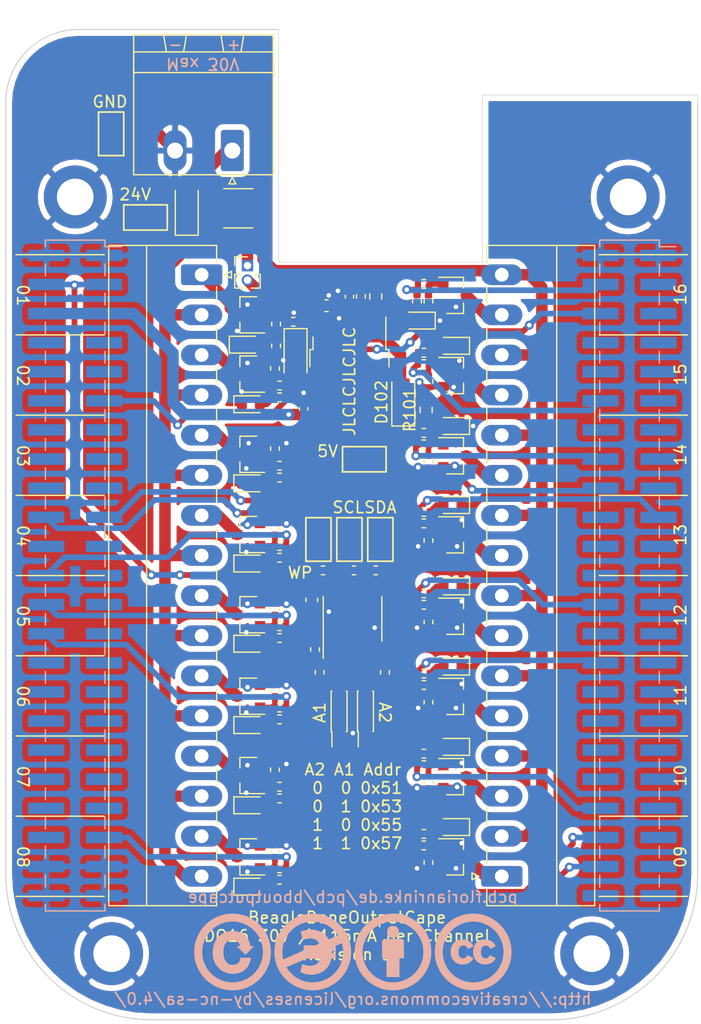
<source format=kicad_pcb>
(kicad_pcb (version 20171130) (host pcbnew 5.1.10)
  (title_block (title BeagleBoneOutputCape) (date 2021-06-13) (rev 1) (company "Florian Rinke") (comment 1 pcb.florianrinke.de/pcb/bboutputcape) (comment 2 "Attribution-NonCommercial-ShareAlike 4.0 International") (comment 3 http://creativecommons.org/licenses/by-nc-sa/4.0/))
  (layers (0 F.Cu signal) (31 B.Cu signal) (34 B.Paste user) (35 F.Paste user) (36 B.SilkS user) (37 F.SilkS user) (38 B.Mask user) (39 F.Mask user) (44 Edge.Cuts user))
  (net 0 "")
  (net 1 +3V3)
  (net 2 GNDD)
  (net 3 /SW1_A1)
  (net 4 /SW1_A2)
  (net 5 /SW1_A0)
  (net 6 /I2C2_SDA)
  (net 7 /I2C2_SCL)
  (net 8 +5V)
  (net 9 +24V)
  (net 10 /Out_CH02)
  (net 11 /Out_CH01)
  (net 12 /Out_CH06)
  (net 13 /Out_CH05)
  (net 14 /Out_CH04)
  (net 15 /Out_CH03)
  (net 16 /Out_CH12)
  (net 17 /Out_CH11)
  (net 18 /Out_CH10)
  (net 19 /Out_CH09)
  (net 20 /Out_CH08)
  (net 21 /Out_CH07)
  (net 22 "Net-(Q201-Pad1)")
  (net 23 "Net-(Q301-Pad1)")
  (net 24 "Net-(Q401-Pad1)")
  (net 25 "Net-(Q501-Pad1)")
  (net 26 "Net-(Q601-Pad1)")
  (net 27 "Net-(Q701-Pad1)")
  (net 28 "Net-(Q801-Pad1)")
  (net 29 "Net-(Q901-Pad1)")
  (net 30 "Net-(Q1001-Pad1)")
  (net 31 "Net-(Q1101-Pad1)")
  (net 32 "Net-(Q1201-Pad1)")
  (net 33 "Net-(Q1301-Pad1)")
  (net 34 /Ctrl_CH01)
  (net 35 /Ctrl_CH02)
  (net 36 /Ctrl_CH03)
  (net 37 /Ctrl_CH04)
  (net 38 /Ctrl_CH05)
  (net 39 /Ctrl_CH06)
  (net 40 /Ctrl_CH07)
  (net 41 /Ctrl_CH09)
  (net 42 /Ctrl_CH10)
  (net 43 /Ctrl_CH12)
  (net 44 /Out_CH16)
  (net 45 /Out_CH15)
  (net 46 /Out_CH14)
  (net 47 /Out_CH13)
  (net 48 "Net-(Q1401-Pad1)")
  (net 49 "Net-(Q1501-Pad1)")
  (net 50 "Net-(Q1601-Pad1)")
  (net 51 "Net-(Q1701-Pad1)")
  (net 52 "Net-(D201-Pad2)")
  (net 53 "Net-(D301-Pad2)")
  (net 54 "Net-(D401-Pad2)")
  (net 55 "Net-(D501-Pad2)")
  (net 56 "Net-(D601-Pad2)")
  (net 57 "Net-(D701-Pad2)")
  (net 58 "Net-(D801-Pad2)")
  (net 59 "Net-(D901-Pad2)")
  (net 60 "Net-(D1001-Pad2)")
  (net 61 "Net-(D1101-Pad2)")
  (net 62 "Net-(D1201-Pad2)")
  (net 63 "Net-(D1301-Pad2)")
  (net 64 "Net-(D1401-Pad2)")
  (net 65 "Net-(D1501-Pad2)")
  (net 66 "Net-(D1601-Pad2)")
  (net 67 "Net-(D1701-Pad2)")
  (net 68 /Ctrl_CH08)
  (net 69 /Ctrl_CH11)
  (net 70 /Ctrl_CH13)
  (net 71 /Ctrl_CH14)
  (net 72 /Ctrl_CH15)
  (net 73 /Ctrl_CH16)
  (net 74 "Net-(C103-Pad1)")
  (net 75 "Net-(D103-Pad2)")
  (net 76 "Net-(D103-Pad1)")
  (net 77 "Net-(C101-Pad1)")
  (net 78 /WP)
  (module _FR:Symbol_CC_SA_Silk (layer B.Cu) (at 95.8 139.9 180)
    (fp_text reference REF** hide)
    (fp_text value Symbol_CC_SA_Silk hide)
  )
  (module _FR:Symbol_CC_NC_Silk (layer B.Cu) (at 102.8 139.9 180)
    (fp_text reference REF** hide)
    (fp_text value Symbol_CC_NC_Silk hide)
  )
  (module _FR:Symbol_CC_By_Silk (layer B.Cu) (at 109.8 139.9 180)
    (fp_text reference REF** hide)
    (fp_text value Symbol_CC_By_Silk hide)
  )
  (module _FR:Symbol_CC_Logo_Silk (layer B.Cu) (at 116.8 139.9)
    (fp_text reference REF** hide)
    (fp_text value Symbol_CC_Logo_Silk hide)
  )
  (module TestPoint:TestPoint_Keystone_5015_Micro-Minature (layer F.Cu) (at 85.2 68.5 90)
    (fp_text reference TP106 hide)
    (fp_text value GND hide)
    (pad 1 smd rect (at 0 0 90) (size 3.4 1.8) (layers F.Cu F.Paste F.Mask) (net 2 GNDD))
  )
  (module TestPoint:TestPoint_Keystone_5015_Micro-Minature (layer F.Cu) (at 88.2 75.8)
    (fp_text reference TP105 hide)
    (fp_text value 24V hide)
    (pad 1 smd rect (at 0 0) (size 3.4 1.8) (layers F.Cu F.Paste F.Mask) (net 9 +24V))
  )
  (module TestPoint:TestPoint_Keystone_5015_Micro-Minature (layer F.Cu) (at 107.3 96.9)
    (fp_text reference TP101 hide)
    (fp_text value 5V hide)
    (pad 1 smd rect (at 0 0) (size 3.4 1.8) (layers F.Cu F.Paste F.Mask) (net 8 +5V))
  )
  (module Connector_PinHeader_1.27mm:PinHeader_2x01_P1.27mm_Vertical_SMD (layer F.Cu) (at 107.4 118.9 90)
    (fp_text reference JP103)
    (fp_text value A2 hide)
    (pad 2 smd rect (at 1.95 0 90) (size 2.4 0.74) (layers F.Cu F.Paste F.Mask) (net 4 /SW1_A2))
    (pad 1 smd rect (at -1.95 0 90) (size 2.4 0.74) (layers F.Cu F.Paste F.Mask) (net 2 GNDD))
  )
  (module Connector_PinHeader_1.27mm:PinHeader_2x01_P1.27mm_Vertical_SMD (layer F.Cu) (at 105.1 118.9 90)
    (fp_text reference JP102)
    (fp_text value A1 hide)
    (pad 2 smd rect (at 1.95 0 90) (size 2.4 0.74) (layers F.Cu F.Paste F.Mask) (net 3 /SW1_A1))
    (pad 1 smd rect (at -1.95 0 90) (size 2.4 0.74) (layers F.Cu F.Paste F.Mask) (net 2 GNDD))
  )
  (module Connector_PinHeader_1.27mm:PinHeader_1x02_P1.27mm_Vertical (layer F.Cu) (at 97.1 80)
    (fp_text reference JP101)
    (fp_text value PWR hide)
    (pad 2 thru_hole oval (at 0 1.27) (size 1 1) (drill 0.65) (layers *.Cu *.Mask) (net 77 "Net-(C101-Pad1)"))
    (pad 1 thru_hole rect (at 0 0) (size 1 1) (drill 0.65) (layers *.Cu *.Mask) (net 9 +24V))
  )
  (module TestPoint:TestPoint_Keystone_5015_Micro-Minature (layer F.Cu) (at 108.7 103.9 270)
    (fp_text reference TP104 hide)
    (fp_text value SDA hide)
    (pad 1 smd rect (at 0 0 270) (size 3.4 1.8) (layers F.Cu F.Paste F.Mask) (net 6 /I2C2_SDA))
  )
  (module TestPoint:TestPoint_Keystone_5015_Micro-Minature (layer F.Cu) (at 106 103.9 270)
    (fp_text reference TP103 hide)
    (fp_text value SCL hide)
    (pad 1 smd rect (at 0 0 270) (size 3.4 1.8) (layers F.Cu F.Paste F.Mask) (net 7 /I2C2_SCL))
  )
  (module TestPoint:TestPoint_Keystone_5015_Micro-Minature (layer F.Cu) (at 103.3 103.9 270)
    (fp_text reference TP102 hide)
    (fp_text value WP hide)
    (pad 1 smd rect (at 0 0 270) (size 3.4 1.8) (layers F.Cu F.Paste F.Mask) (net 78 /WP))
  )
  (module Resistor_SMD:R_0402_1005Metric (layer F.Cu) (at 112.9 83.11 90)
    (fp_text reference R1702)
    (fp_text value 47k hide)
    (pad 2 smd roundrect (at 0.51 0 90) (size 0.54 0.64) (layers F.Cu F.Paste F.Mask) (net 51 "Net-(Q1701-Pad1)"))
    (pad 1 smd roundrect (at -0.51 0 90) (size 0.54 0.64) (layers F.Cu F.Paste F.Mask) (net 2 GNDD))
  )
  (module Fuse:Fuse_1812_4532Metric_Castellated (layer F.Cu) (at 96.3 75 180)
    (fp_text reference F101)
    (fp_text value 750mA hide)
    (pad 2 smd roundrect (at 2.1625 0 180) (size 1.475 3.3) (layers F.Cu F.Paste F.Mask) (roundrect_rratio 0.169492) (net 76 "Net-(D103-Pad1)"))
    (pad 1 smd roundrect (at -2.1625 0 180) (size 1.475 3.3) (layers F.Cu F.Paste F.Mask) (roundrect_rratio 0.169492) (net 9 +24V))
  )
  (module Diode_SMD:D_SOD-123 (layer F.Cu) (at 91.8 75.1 90)
    (fp_text reference D103)
    (fp_text value B5819W hide)
    (pad 2 smd rect (at 1.65 0 90) (size 0.9 1.2) (layers F.Cu F.Paste F.Mask) (net 75 "Net-(D103-Pad2)"))
    (pad 1 smd rect (at -1.65 0 90) (size 0.9 1.2) (layers F.Cu F.Paste F.Mask) (net 76 "Net-(D103-Pad1)"))
  )
  (module Package_TO_SOT_SMD:TO-252-2 (layer F.Cu) (at 106 89.8 270)
    (fp_text reference U101)
    (fp_text value LM317_TO-252 hide)
    (pad 2 smd rect (at 2.1 0 270) (size 6.4 5.8) (layers F.Cu F.Mask) (net 8 +5V))
    (pad 3 smd rect (at -4.2 2.28 270) (size 2.2 1.2) (layers F.Cu F.Paste F.Mask) (net 77 "Net-(C101-Pad1)"))
    (pad 1 smd rect (at -4.2 -2.28 270) (size 2.2 1.2) (layers F.Cu F.Paste F.Mask) (net 74 "Net-(C103-Pad1)"))
  )
  (module Resistor_SMD:R_0603_1608Metric (layer F.Cu) (at 108.3 82.7 90)
    (fp_text reference R103)
    (fp_text value 820 hide)
    (pad 2 smd roundrect (at 0.825 0 90) (size 0.8 0.95) (layers F.Cu F.Paste F.Mask) (net 2 GNDD))
    (pad 1 smd roundrect (at -0.825 0 90) (size 0.8 0.95) (layers F.Cu F.Paste F.Mask) (net 74 "Net-(C103-Pad1)"))
  )
  (module Resistor_SMD:R_0402_1005Metric (layer F.Cu) (at 107 82.69 90)
    (fp_text reference R102)
    (fp_text value 5.6k hide)
    (pad 2 smd roundrect (at 0.51 0 90) (size 0.54 0.64) (layers F.Cu F.Paste F.Mask) (net 2 GNDD))
    (pad 1 smd roundrect (at -0.51 0 90) (size 0.54 0.64) (layers F.Cu F.Paste F.Mask) (net 74 "Net-(C103-Pad1)"))
  )
  (module Resistor_SMD:R_0603_1608Metric (layer F.Cu) (at 112.7 92.6 90)
    (fp_text reference R101 (at 0 -1.43 270) (layer F.SilkS))
    (fp_text value 240)
    (pad 2 smd roundrect (at 0.825 0 90) (size 0.8 0.95) (layers F.Cu F.Paste F.Mask) (net 74 "Net-(C103-Pad1)"))
    (pad 1 smd roundrect (at -0.825 0 90) (size 0.8 0.95) (layers F.Cu F.Paste F.Mask) (net 8 +5V))
  )
  (module Diode_SMD:D_SOD-123F (layer F.Cu) (at 110.7 91.8 90)
    (fp_text reference D102 (at -0.127 -1.905 270) (layer F.SilkS))
    (fp_text value SM4007)
    (pad 2 smd rect (at 1.4 0 90) (size 1.1 1.1) (layers F.Cu F.Paste F.Mask) (net 74 "Net-(C103-Pad1)"))
    (pad 1 smd rect (at -1.4 0 90) (size 1.1 1.1) (layers F.Cu F.Paste F.Mask) (net 8 +5V))
  )
  (module Diode_SMD:D_SOD-123F (layer F.Cu) (at 101.3 87.7 270)
    (fp_text reference D101)
    (fp_text value SM4007 hide)
    (pad 2 smd rect (at 1.4 0 270) (size 1.1 1.1) (layers F.Cu F.Paste F.Mask) (net 8 +5V))
    (pad 1 smd rect (at -1.4 0 270) (size 1.1 1.1) (layers F.Cu F.Paste F.Mask) (net 77 "Net-(C101-Pad1)"))
  )
  (module Capacitor_SMD:C_0402_1005Metric (layer F.Cu) (at 106 82.7 90)
    (fp_text reference C103)
    (fp_text value 10u hide)
    (pad 2 smd roundrect (at 0.48 0 90) (size 0.56 0.62) (layers F.Cu F.Paste F.Mask) (net 2 GNDD))
    (pad 1 smd roundrect (at -0.48 0 90) (size 0.56 0.62) (layers F.Cu F.Paste F.Mask) (net 74 "Net-(C103-Pad1)"))
  )
  (module Capacitor_SMD:C_0402_1005Metric (layer F.Cu) (at 102 92.5 90)
    (fp_text reference C102)
    (fp_text value 10u hide)
    (pad 2 smd roundrect (at 0.48 0 90) (size 0.56 0.62) (layers F.Cu F.Paste F.Mask) (net 2 GNDD))
    (pad 1 smd roundrect (at -0.48 0 90) (size 0.56 0.62) (layers F.Cu F.Paste F.Mask) (net 8 +5V))
  )
  (module Capacitor_SMD:C_0603_1608Metric (layer F.Cu) (at 104 83.5)
    (fp_text reference C101)
    (fp_text value 100n hide)
    (pad 2 smd roundrect (at 0.775 0) (size 0.9 0.95) (layers F.Cu F.Paste F.Mask) (net 2 GNDD))
    (pad 1 smd roundrect (at -0.775 0) (size 0.9 0.95) (layers F.Cu F.Paste F.Mask) (net 77 "Net-(C101-Pad1)"))
  )
  (module Resistor_SMD:R_0402_1005Metric (layer F.Cu) (at 111.9 83.1 270)
    (fp_text reference R1703)
    (fp_text value 5.6k hide)
    (pad 2 smd roundrect (at 0.51 0 270) (size 0.54 0.64) (layers F.Cu F.Paste F.Mask) (net 67 "Net-(D1701-Pad2)"))
    (pad 1 smd roundrect (at -0.51 0 270) (size 0.54 0.64) (layers F.Cu F.Paste F.Mask) (net 73 /Ctrl_CH16))
  )
  (module Resistor_SMD:R_0402_1005Metric (layer F.Cu) (at 112.5 87.6)
    (fp_text reference R1603)
    (fp_text value 5.6k hide)
    (pad 2 smd roundrect (at 0.51 0) (size 0.54 0.64) (layers F.Cu F.Paste F.Mask) (net 66 "Net-(D1601-Pad2)"))
    (pad 1 smd roundrect (at -0.51 0) (size 0.54 0.64) (layers F.Cu F.Paste F.Mask) (net 72 /Ctrl_CH15))
  )
  (module Resistor_SMD:R_0402_1005Metric (layer F.Cu) (at 112.5 94.6)
    (fp_text reference R1503)
    (fp_text value 5.6k hide)
    (pad 2 smd roundrect (at 0.51 0) (size 0.54 0.64) (layers F.Cu F.Paste F.Mask) (net 65 "Net-(D1501-Pad2)"))
    (pad 1 smd roundrect (at -0.51 0) (size 0.54 0.64) (layers F.Cu F.Paste F.Mask) (net 71 /Ctrl_CH14))
  )
  (module Resistor_SMD:R_0402_1005Metric (layer F.Cu) (at 112.5 101.5)
    (fp_text reference R1403)
    (fp_text value 5.6k hide)
    (pad 2 smd roundrect (at 0.51 0) (size 0.54 0.64) (layers F.Cu F.Paste F.Mask) (net 64 "Net-(D1401-Pad2)"))
    (pad 1 smd roundrect (at -0.51 0) (size 0.54 0.64) (layers F.Cu F.Paste F.Mask) (net 70 /Ctrl_CH13))
  )
  (module Resistor_SMD:R_0402_1005Metric (layer F.Cu) (at 112.49 108.6)
    (fp_text reference R1303)
    (fp_text value 5.6k hide)
    (pad 2 smd roundrect (at 0.51 0) (size 0.54 0.64) (layers F.Cu F.Paste F.Mask) (net 63 "Net-(D1301-Pad2)"))
    (pad 1 smd roundrect (at -0.51 0) (size 0.54 0.64) (layers F.Cu F.Paste F.Mask) (net 43 /Ctrl_CH12))
  )
  (module Resistor_SMD:R_0402_1005Metric (layer F.Cu) (at 112.5 115.6)
    (fp_text reference R1203)
    (fp_text value 5.6k hide)
    (pad 2 smd roundrect (at 0.51 0) (size 0.54 0.64) (layers F.Cu F.Paste F.Mask) (net 62 "Net-(D1201-Pad2)"))
    (pad 1 smd roundrect (at -0.51 0) (size 0.54 0.64) (layers F.Cu F.Paste F.Mask) (net 69 /Ctrl_CH11))
  )
  (module Resistor_SMD:R_0402_1005Metric (layer F.Cu) (at 112.5 122.6)
    (fp_text reference R1103)
    (fp_text value 5.6k hide)
    (pad 2 smd roundrect (at 0.51 0) (size 0.54 0.64) (layers F.Cu F.Paste F.Mask) (net 61 "Net-(D1101-Pad2)"))
    (pad 1 smd roundrect (at -0.51 0) (size 0.54 0.64) (layers F.Cu F.Paste F.Mask) (net 42 /Ctrl_CH10))
  )
  (module Resistor_SMD:R_0402_1005Metric (layer F.Cu) (at 112.5 129.6)
    (fp_text reference R1003)
    (fp_text value 5.6k hide)
    (pad 2 smd roundrect (at 0.51 0) (size 0.54 0.64) (layers F.Cu F.Paste F.Mask) (net 60 "Net-(D1001-Pad2)"))
    (pad 1 smd roundrect (at -0.51 0) (size 0.54 0.64) (layers F.Cu F.Paste F.Mask) (net 41 /Ctrl_CH09))
  )
  (module Resistor_SMD:R_0402_1005Metric (layer F.Cu) (at 99.9 133.6 180)
    (fp_text reference R903)
    (fp_text value 5.6k hide)
    (pad 2 smd roundrect (at 0.51 0 180) (size 0.54 0.64) (layers F.Cu F.Paste F.Mask) (net 59 "Net-(D901-Pad2)"))
    (pad 1 smd roundrect (at -0.51 0 180) (size 0.54 0.64) (layers F.Cu F.Paste F.Mask) (net 68 /Ctrl_CH08))
  )
  (module Resistor_SMD:R_0402_1005Metric (layer F.Cu) (at 99.9 126.5 180)
    (fp_text reference R803)
    (fp_text value 5.6k hide)
    (pad 2 smd roundrect (at 0.51 0 180) (size 0.54 0.64) (layers F.Cu F.Paste F.Mask) (net 58 "Net-(D801-Pad2)"))
    (pad 1 smd roundrect (at -0.51 0 180) (size 0.54 0.64) (layers F.Cu F.Paste F.Mask) (net 40 /Ctrl_CH07))
  )
  (module Resistor_SMD:R_0402_1005Metric (layer F.Cu) (at 99.9 119.6 180)
    (fp_text reference R703)
    (fp_text value 5.6k hide)
    (pad 2 smd roundrect (at 0.51 0 180) (size 0.54 0.64) (layers F.Cu F.Paste F.Mask) (net 57 "Net-(D701-Pad2)"))
    (pad 1 smd roundrect (at -0.51 0 180) (size 0.54 0.64) (layers F.Cu F.Paste F.Mask) (net 39 /Ctrl_CH06))
  )
  (module Resistor_SMD:R_0402_1005Metric (layer F.Cu) (at 99.9 112.5 180)
    (fp_text reference R603)
    (fp_text value 5.6k hide)
    (pad 2 smd roundrect (at 0.51 0 180) (size 0.54 0.64) (layers F.Cu F.Paste F.Mask) (net 56 "Net-(D601-Pad2)"))
    (pad 1 smd roundrect (at -0.51 0 180) (size 0.54 0.64) (layers F.Cu F.Paste F.Mask) (net 38 /Ctrl_CH05))
  )
  (module Resistor_SMD:R_0402_1005Metric (layer F.Cu) (at 99.9 105.5 180)
    (fp_text reference R503)
    (fp_text value 5.6k hide)
    (pad 2 smd roundrect (at 0.51 0 180) (size 0.54 0.64) (layers F.Cu F.Paste F.Mask) (net 55 "Net-(D501-Pad2)"))
    (pad 1 smd roundrect (at -0.51 0 180) (size 0.54 0.64) (layers F.Cu F.Paste F.Mask) (net 37 /Ctrl_CH04))
  )
  (module Resistor_SMD:R_0402_1005Metric (layer F.Cu) (at 99.9 98.5 180)
    (fp_text reference R403)
    (fp_text value 5.6k hide)
    (pad 2 smd roundrect (at 0.51 0 180) (size 0.54 0.64) (layers F.Cu F.Paste F.Mask) (net 54 "Net-(D401-Pad2)"))
    (pad 1 smd roundrect (at -0.51 0 180) (size 0.54 0.64) (layers F.Cu F.Paste F.Mask) (net 36 /Ctrl_CH03))
  )
  (module Resistor_SMD:R_0402_1005Metric (layer F.Cu) (at 99.9 91.5 180)
    (fp_text reference R303)
    (fp_text value 5.6k hide)
    (pad 2 smd roundrect (at 0.51 0 180) (size 0.54 0.64) (layers F.Cu F.Paste F.Mask) (net 53 "Net-(D301-Pad2)"))
    (pad 1 smd roundrect (at -0.51 0 180) (size 0.54 0.64) (layers F.Cu F.Paste F.Mask) (net 35 /Ctrl_CH02))
  )
  (module Resistor_SMD:R_0402_1005Metric (layer F.Cu) (at 99.6 87 270)
    (fp_text reference R203)
    (fp_text value 5.6k hide)
    (pad 2 smd roundrect (at 0.51 0 270) (size 0.54 0.64) (layers F.Cu F.Paste F.Mask) (net 52 "Net-(D201-Pad2)"))
    (pad 1 smd roundrect (at -0.51 0 270) (size 0.54 0.64) (layers F.Cu F.Paste F.Mask) (net 34 /Ctrl_CH01))
  )
  (module LED_SMD:LED_0603_1608Metric (layer F.Cu) (at 112 84.8 180)
    (fp_text reference D1701)
    (fp_text value LED hide)
    (pad 2 smd roundrect (at 0.7875 0 180) (size 0.875 0.95) (layers F.Cu F.Paste F.Mask) (net 67 "Net-(D1701-Pad2)"))
    (pad 1 smd roundrect (at -0.7875 0 180) (size 0.875 0.95) (layers F.Cu F.Paste F.Mask) (net 2 GNDD))
  )
  (module LED_SMD:LED_0603_1608Metric (layer F.Cu) (at 115 87 180)
    (fp_text reference D1601)
    (fp_text value LED hide)
    (pad 2 smd roundrect (at 0.7875 0 180) (size 0.875 0.95) (layers F.Cu F.Paste F.Mask) (net 66 "Net-(D1601-Pad2)"))
    (pad 1 smd roundrect (at -0.7875 0 180) (size 0.875 0.95) (layers F.Cu F.Paste F.Mask) (net 2 GNDD))
  )
  (module LED_SMD:LED_0603_1608Metric (layer F.Cu) (at 115 94 180)
    (fp_text reference D1501)
    (fp_text value LED hide)
    (pad 2 smd roundrect (at 0.7875 0 180) (size 0.875 0.95) (layers F.Cu F.Paste F.Mask) (net 65 "Net-(D1501-Pad2)"))
    (pad 1 smd roundrect (at -0.7875 0 180) (size 0.875 0.95) (layers F.Cu F.Paste F.Mask) (net 2 GNDD))
  )
  (module LED_SMD:LED_0603_1608Metric (layer F.Cu) (at 115 100.9 180)
    (fp_text reference D1401)
    (fp_text value LED hide)
    (pad 2 smd roundrect (at 0.7875 0 180) (size 0.875 0.95) (layers F.Cu F.Paste F.Mask) (net 64 "Net-(D1401-Pad2)"))
    (pad 1 smd roundrect (at -0.7875 0 180) (size 0.875 0.95) (layers F.Cu F.Paste F.Mask) (net 2 GNDD))
  )
  (module LED_SMD:LED_0603_1608Metric (layer F.Cu) (at 115 108 180)
    (fp_text reference D1301)
    (fp_text value LED hide)
    (pad 2 smd roundrect (at 0.7875 0 180) (size 0.875 0.95) (layers F.Cu F.Paste F.Mask) (net 63 "Net-(D1301-Pad2)"))
    (pad 1 smd roundrect (at -0.7875 0 180) (size 0.875 0.95) (layers F.Cu F.Paste F.Mask) (net 2 GNDD))
  )
  (module LED_SMD:LED_0603_1608Metric (layer F.Cu) (at 115 115 180)
    (fp_text reference D1201)
    (fp_text value LED hide)
    (pad 2 smd roundrect (at 0.7875 0 180) (size 0.875 0.95) (layers F.Cu F.Paste F.Mask) (net 62 "Net-(D1201-Pad2)"))
    (pad 1 smd roundrect (at -0.7875 0 180) (size 0.875 0.95) (layers F.Cu F.Paste F.Mask) (net 2 GNDD))
  )
  (module LED_SMD:LED_0603_1608Metric (layer F.Cu) (at 115 122 180)
    (fp_text reference D1101)
    (fp_text value LED hide)
    (pad 2 smd roundrect (at 0.7875 0 180) (size 0.875 0.95) (layers F.Cu F.Paste F.Mask) (net 61 "Net-(D1101-Pad2)"))
    (pad 1 smd roundrect (at -0.7875 0 180) (size 0.875 0.95) (layers F.Cu F.Paste F.Mask) (net 2 GNDD))
  )
  (module LED_SMD:LED_0603_1608Metric (layer F.Cu) (at 115 129 180)
    (fp_text reference D1001)
    (fp_text value LED hide)
    (pad 2 smd roundrect (at 0.7875 0 180) (size 0.875 0.95) (layers F.Cu F.Paste F.Mask) (net 60 "Net-(D1001-Pad2)"))
    (pad 1 smd roundrect (at -0.7875 0 180) (size 0.875 0.95) (layers F.Cu F.Paste F.Mask) (net 2 GNDD))
  )
  (module LED_SMD:LED_0603_1608Metric (layer F.Cu) (at 97.4 134.2)
    (fp_text reference D901)
    (fp_text value LED hide)
    (pad 2 smd roundrect (at 0.7875 0) (size 0.875 0.95) (layers F.Cu F.Paste F.Mask) (net 59 "Net-(D901-Pad2)"))
    (pad 1 smd roundrect (at -0.7875 0) (size 0.875 0.95) (layers F.Cu F.Paste F.Mask) (net 2 GNDD))
  )
  (module LED_SMD:LED_0603_1608Metric (layer F.Cu) (at 97.4 127.1)
    (fp_text reference D801)
    (fp_text value LED hide)
    (pad 2 smd roundrect (at 0.7875 0) (size 0.875 0.95) (layers F.Cu F.Paste F.Mask) (net 58 "Net-(D801-Pad2)"))
    (pad 1 smd roundrect (at -0.7875 0) (size 0.875 0.95) (layers F.Cu F.Paste F.Mask) (net 2 GNDD))
  )
  (module LED_SMD:LED_0603_1608Metric (layer F.Cu) (at 97.4 120.1)
    (fp_text reference D701)
    (fp_text value LED hide)
    (pad 2 smd roundrect (at 0.7875 0) (size 0.875 0.95) (layers F.Cu F.Paste F.Mask) (net 57 "Net-(D701-Pad2)"))
    (pad 1 smd roundrect (at -0.7875 0) (size 0.875 0.95) (layers F.Cu F.Paste F.Mask) (net 2 GNDD))
  )
  (module LED_SMD:LED_0603_1608Metric (layer F.Cu) (at 97.4 113)
    (fp_text reference D601)
    (fp_text value LED hide)
    (pad 2 smd roundrect (at 0.7875 0) (size 0.875 0.95) (layers F.Cu F.Paste F.Mask) (net 56 "Net-(D601-Pad2)"))
    (pad 1 smd roundrect (at -0.7875 0) (size 0.875 0.95) (layers F.Cu F.Paste F.Mask) (net 2 GNDD))
  )
  (module LED_SMD:LED_0603_1608Metric (layer F.Cu) (at 97.4 106)
    (fp_text reference D501)
    (fp_text value LED hide)
    (pad 2 smd roundrect (at 0.7875 0) (size 0.875 0.95) (layers F.Cu F.Paste F.Mask) (net 55 "Net-(D501-Pad2)"))
    (pad 1 smd roundrect (at -0.7875 0) (size 0.875 0.95) (layers F.Cu F.Paste F.Mask) (net 2 GNDD))
  )
  (module LED_SMD:LED_0603_1608Metric (layer F.Cu) (at 97.4 99)
    (fp_text reference D401)
    (fp_text value LED hide)
    (pad 2 smd roundrect (at 0.7875 0) (size 0.875 0.95) (layers F.Cu F.Paste F.Mask) (net 54 "Net-(D401-Pad2)"))
    (pad 1 smd roundrect (at -0.7875 0) (size 0.875 0.95) (layers F.Cu F.Paste F.Mask) (net 2 GNDD))
  )
  (module LED_SMD:LED_0603_1608Metric (layer F.Cu) (at 97.4 92.1)
    (fp_text reference D301)
    (fp_text value LED hide)
    (pad 2 smd roundrect (at 0.7875 0) (size 0.875 0.95) (layers F.Cu F.Paste F.Mask) (net 53 "Net-(D301-Pad2)"))
    (pad 1 smd roundrect (at -0.7875 0) (size 0.875 0.95) (layers F.Cu F.Paste F.Mask) (net 2 GNDD))
  )
  (module LED_SMD:LED_0603_1608Metric (layer F.Cu) (at 97 86.9)
    (fp_text reference D201)
    (fp_text value LED hide)
    (pad 2 smd roundrect (at 0.7875 0) (size 0.875 0.95) (layers F.Cu F.Paste F.Mask) (net 52 "Net-(D201-Pad2)"))
    (pad 1 smd roundrect (at -0.7875 0) (size 0.875 0.95) (layers F.Cu F.Paste F.Mask) (net 2 GNDD))
  )
  (module Connector_PinHeader_2.54mm:PinHeader_2x23_P2.54mm_Vertical_SMD (layer B.Cu) (at 130.45 107.047 180)
    (fp_text reference U104)
    (fp_text value BBB_P8 hide)
    (pad 46 smd rect (at 2.525 -27.94 180) (size 3.15 1) (layers B.Cu B.Paste B.Mask))
    (pad 45 smd rect (at -2.525 -27.94 180) (size 3.15 1) (layers B.Cu B.Paste B.Mask))
    (pad 44 smd rect (at 2.525 -25.4 180) (size 3.15 1) (layers B.Cu B.Paste B.Mask) (net 40 /Ctrl_CH07))
    (pad 43 smd rect (at -2.525 -25.4 180) (size 3.15 1) (layers B.Cu B.Paste B.Mask))
    (pad 42 smd rect (at 2.525 -22.86 180) (size 3.15 1) (layers B.Cu B.Paste B.Mask) (net 41 /Ctrl_CH09))
    (pad 41 smd rect (at -2.525 -22.86 180) (size 3.15 1) (layers B.Cu B.Paste B.Mask))
    (pad 40 smd rect (at 2.525 -20.32 180) (size 3.15 1) (layers B.Cu B.Paste B.Mask) (net 42 /Ctrl_CH10))
    (pad 39 smd rect (at -2.525 -20.32 180) (size 3.15 1) (layers B.Cu B.Paste B.Mask))
    (pad 38 smd rect (at 2.525 -17.78 180) (size 3.15 1) (layers B.Cu B.Paste B.Mask))
    (pad 37 smd rect (at -2.525 -17.78 180) (size 3.15 1) (layers B.Cu B.Paste B.Mask))
    (pad 36 smd rect (at 2.525 -15.24 180) (size 3.15 1) (layers B.Cu B.Paste B.Mask))
    (pad 35 smd rect (at -2.525 -15.24 180) (size 3.15 1) (layers B.Cu B.Paste B.Mask))
    (pad 34 smd rect (at 2.525 -12.7 180) (size 3.15 1) (layers B.Cu B.Paste B.Mask))
    (pad 33 smd rect (at -2.525 -12.7 180) (size 3.15 1) (layers B.Cu B.Paste B.Mask))
    (pad 32 smd rect (at 2.525 -10.16 180) (size 3.15 1) (layers B.Cu B.Paste B.Mask))
    (pad 31 smd rect (at -2.525 -10.16 180) (size 3.15 1) (layers B.Cu B.Paste B.Mask))
    (pad 30 smd rect (at 2.525 -7.62 180) (size 3.15 1) (layers B.Cu B.Paste B.Mask) (net 69 /Ctrl_CH11))
    (pad 29 smd rect (at -2.525 -7.62 180) (size 3.15 1) (layers B.Cu B.Paste B.Mask))
    (pad 28 smd rect (at 2.525 -5.08 180) (size 3.15 1) (layers B.Cu B.Paste B.Mask))
    (pad 27 smd rect (at -2.525 -5.08 180) (size 3.15 1) (layers B.Cu B.Paste B.Mask))
    (pad 26 smd rect (at 2.525 -2.54 180) (size 3.15 1) (layers B.Cu B.Paste B.Mask) (net 43 /Ctrl_CH12))
    (pad 25 smd rect (at -2.525 -2.54 180) (size 3.15 1) (layers B.Cu B.Paste B.Mask))
    (pad 24 smd rect (at 2.525 0 180) (size 3.15 1) (layers B.Cu B.Paste B.Mask))
    (pad 23 smd rect (at -2.525 0 180) (size 3.15 1) (layers B.Cu B.Paste B.Mask))
    (pad 22 smd rect (at 2.525 2.54 180) (size 3.15 1) (layers B.Cu B.Paste B.Mask))
    (pad 21 smd rect (at -2.525 2.54 180) (size 3.15 1) (layers B.Cu B.Paste B.Mask))
    (pad 20 smd rect (at 2.525 5.08 180) (size 3.15 1) (layers B.Cu B.Paste B.Mask))
    (pad 19 smd rect (at -2.525 5.08 180) (size 3.15 1) (layers B.Cu B.Paste B.Mask) (net 70 /Ctrl_CH13))
    (pad 18 smd rect (at 2.525 7.62 180) (size 3.15 1) (layers B.Cu B.Paste B.Mask) (net 36 /Ctrl_CH03))
    (pad 17 smd rect (at -2.525 7.62 180) (size 3.15 1) (layers B.Cu B.Paste B.Mask))
    (pad 16 smd rect (at 2.525 10.16 180) (size 3.15 1) (layers B.Cu B.Paste B.Mask) (net 71 /Ctrl_CH14))
    (pad 15 smd rect (at -2.525 10.16 180) (size 3.15 1) (layers B.Cu B.Paste B.Mask))
    (pad 14 smd rect (at 2.525 12.7 180) (size 3.15 1) (layers B.Cu B.Paste B.Mask))
    (pad 13 smd rect (at -2.525 12.7 180) (size 3.15 1) (layers B.Cu B.Paste B.Mask))
    (pad 12 smd rect (at 2.525 15.24 180) (size 3.15 1) (layers B.Cu B.Paste B.Mask) (net 72 /Ctrl_CH15))
    (pad 11 smd rect (at -2.525 15.24 180) (size 3.15 1) (layers B.Cu B.Paste B.Mask))
    (pad 10 smd rect (at 2.525 17.78 180) (size 3.15 1) (layers B.Cu B.Paste B.Mask))
    (pad 9 smd rect (at -2.525 17.78 180) (size 3.15 1) (layers B.Cu B.Paste B.Mask))
    (pad 8 smd rect (at 2.525 20.32 180) (size 3.15 1) (layers B.Cu B.Paste B.Mask))
    (pad 7 smd rect (at -2.525 20.32 180) (size 3.15 1) (layers B.Cu B.Paste B.Mask))
    (pad 6 smd rect (at 2.525 22.86 180) (size 3.15 1) (layers B.Cu B.Paste B.Mask) (net 34 /Ctrl_CH01))
    (pad 5 smd rect (at -2.525 22.86 180) (size 3.15 1) (layers B.Cu B.Paste B.Mask))
    (pad 4 smd rect (at 2.525 25.4 180) (size 3.15 1) (layers B.Cu B.Paste B.Mask) (net 73 /Ctrl_CH16))
    (pad 3 smd rect (at -2.525 25.4 180) (size 3.15 1) (layers B.Cu B.Paste B.Mask))
    (pad 2 smd rect (at 2.525 27.94 180) (size 3.15 1) (layers B.Cu B.Paste B.Mask) (net 2 GNDD))
    (pad 1 smd rect (at -2.525 27.94 180) (size 3.15 1) (layers B.Cu B.Paste B.Mask) (net 2 GNDD))
  )
  (module Connector_Phoenix_MC:PhoenixContact_MC_1,5_16-G-3.5_1x16_P3.50mm_Horizontal (layer F.Cu) (at 119.3 133.3 90)
    (fp_text reference J102)
    (fp_text value Conn_01x16_Female)
    (pad 16 thru_hole oval (at 52.5 0 90) (size 1.8 3.6) (drill 1.2) (layers *.Cu *.Mask) (net 9 +24V))
    (pad 15 thru_hole oval (at 49 0 90) (size 1.8 3.6) (drill 1.2) (layers *.Cu *.Mask) (net 44 /Out_CH16))
    (pad 14 thru_hole oval (at 45.5 0 90) (size 1.8 3.6) (drill 1.2) (layers *.Cu *.Mask) (net 9 +24V))
    (pad 13 thru_hole oval (at 42 0 90) (size 1.8 3.6) (drill 1.2) (layers *.Cu *.Mask) (net 45 /Out_CH15))
    (pad 12 thru_hole oval (at 38.5 0 90) (size 1.8 3.6) (drill 1.2) (layers *.Cu *.Mask) (net 9 +24V))
    (pad 11 thru_hole oval (at 35 0 90) (size 1.8 3.6) (drill 1.2) (layers *.Cu *.Mask) (net 46 /Out_CH14))
    (pad 10 thru_hole oval (at 31.5 0 90) (size 1.8 3.6) (drill 1.2) (layers *.Cu *.Mask) (net 9 +24V))
    (pad 9 thru_hole oval (at 28 0 90) (size 1.8 3.6) (drill 1.2) (layers *.Cu *.Mask) (net 47 /Out_CH13))
    (pad 8 thru_hole oval (at 24.5 0 90) (size 1.8 3.6) (drill 1.2) (layers *.Cu *.Mask) (net 9 +24V))
    (pad 7 thru_hole oval (at 21 0 90) (size 1.8 3.6) (drill 1.2) (layers *.Cu *.Mask) (net 16 /Out_CH12))
    (pad 6 thru_hole oval (at 17.5 0 90) (size 1.8 3.6) (drill 1.2) (layers *.Cu *.Mask) (net 9 +24V))
    (pad 5 thru_hole oval (at 14 0 90) (size 1.8 3.6) (drill 1.2) (layers *.Cu *.Mask) (net 17 /Out_CH11))
    (pad 4 thru_hole oval (at 10.5 0 90) (size 1.8 3.6) (drill 1.2) (layers *.Cu *.Mask) (net 9 +24V))
    (pad 3 thru_hole oval (at 7 0 90) (size 1.8 3.6) (drill 1.2) (layers *.Cu *.Mask) (net 18 /Out_CH10))
    (pad 2 thru_hole oval (at 3.5 0 90) (size 1.8 3.6) (drill 1.2) (layers *.Cu *.Mask) (net 9 +24V))
    (pad 1 thru_hole roundrect (at 0 0 90) (size 1.8 3.6) (drill 1.2) (layers *.Cu *.Mask) (roundrect_rratio 0.1388888888888889) (net 19 /Out_CH09))
  )
  (module Connector_Phoenix_MC:PhoenixContact_MC_1,5_16-G-3.5_1x16_P3.50mm_Horizontal (layer F.Cu) (at 93.1 80.8 270)
    (fp_text reference J101)
    (fp_text value Conn_01x16_Female)
    (pad 16 thru_hole oval (at 52.5 0 270) (size 1.8 3.6) (drill 1.2) (layers *.Cu *.Mask) (net 9 +24V))
    (pad 15 thru_hole oval (at 49 0 270) (size 1.8 3.6) (drill 1.2) (layers *.Cu *.Mask) (net 20 /Out_CH08))
    (pad 14 thru_hole oval (at 45.5 0 270) (size 1.8 3.6) (drill 1.2) (layers *.Cu *.Mask) (net 9 +24V))
    (pad 13 thru_hole oval (at 42 0 270) (size 1.8 3.6) (drill 1.2) (layers *.Cu *.Mask) (net 21 /Out_CH07))
    (pad 12 thru_hole oval (at 38.5 0 270) (size 1.8 3.6) (drill 1.2) (layers *.Cu *.Mask) (net 9 +24V))
    (pad 11 thru_hole oval (at 35 0 270) (size 1.8 3.6) (drill 1.2) (layers *.Cu *.Mask) (net 12 /Out_CH06))
    (pad 10 thru_hole oval (at 31.5 0 270) (size 1.8 3.6) (drill 1.2) (layers *.Cu *.Mask) (net 9 +24V))
    (pad 9 thru_hole oval (at 28 0 270) (size 1.8 3.6) (drill 1.2) (layers *.Cu *.Mask) (net 13 /Out_CH05))
    (pad 8 thru_hole oval (at 24.5 0 270) (size 1.8 3.6) (drill 1.2) (layers *.Cu *.Mask) (net 9 +24V))
    (pad 7 thru_hole oval (at 21 0 270) (size 1.8 3.6) (drill 1.2) (layers *.Cu *.Mask) (net 14 /Out_CH04))
    (pad 6 thru_hole oval (at 17.5 0 270) (size 1.8 3.6) (drill 1.2) (layers *.Cu *.Mask) (net 9 +24V))
    (pad 5 thru_hole oval (at 14 0 270) (size 1.8 3.6) (drill 1.2) (layers *.Cu *.Mask) (net 15 /Out_CH03))
    (pad 4 thru_hole oval (at 10.5 0 270) (size 1.8 3.6) (drill 1.2) (layers *.Cu *.Mask) (net 9 +24V))
    (pad 3 thru_hole oval (at 7 0 270) (size 1.8 3.6) (drill 1.2) (layers *.Cu *.Mask) (net 10 /Out_CH02))
    (pad 2 thru_hole oval (at 3.5 0 270) (size 1.8 3.6) (drill 1.2) (layers *.Cu *.Mask) (net 9 +24V))
    (pad 1 thru_hole roundrect (at 0 0 270) (size 1.8 3.6) (drill 1.2) (layers *.Cu *.Mask) (roundrect_rratio 0.1388888888888889) (net 11 /Out_CH01))
  )
  (module Resistor_SMD:R_0402_1005Metric (layer F.Cu) (at 112.49 81.6)
    (fp_text reference R1701)
    (fp_text value 120 hide)
    (pad 2 smd roundrect (at 0.51 0) (size 0.54 0.64) (layers F.Cu F.Paste F.Mask) (net 51 "Net-(Q1701-Pad1)"))
    (pad 1 smd roundrect (at -0.51 0) (size 0.54 0.64) (layers F.Cu F.Paste F.Mask) (net 73 /Ctrl_CH16))
  )
  (module Resistor_SMD:R_0402_1005Metric (layer F.Cu) (at 112.9 90.11 90)
    (fp_text reference R1602)
    (fp_text value 47k hide)
    (pad 2 smd roundrect (at 0.51 0 90) (size 0.54 0.64) (layers F.Cu F.Paste F.Mask) (net 50 "Net-(Q1601-Pad1)"))
    (pad 1 smd roundrect (at -0.51 0 90) (size 0.54 0.64) (layers F.Cu F.Paste F.Mask) (net 2 GNDD))
  )
  (module Resistor_SMD:R_0402_1005Metric (layer F.Cu) (at 112.49 88.6)
    (fp_text reference R1601)
    (fp_text value 120 hide)
    (pad 2 smd roundrect (at 0.51 0) (size 0.54 0.64) (layers F.Cu F.Paste F.Mask) (net 50 "Net-(Q1601-Pad1)"))
    (pad 1 smd roundrect (at -0.51 0) (size 0.54 0.64) (layers F.Cu F.Paste F.Mask) (net 72 /Ctrl_CH15))
  )
  (module Resistor_SMD:R_0402_1005Metric (layer F.Cu) (at 112.9 97.11 90)
    (fp_text reference R1502)
    (fp_text value 47k hide)
    (pad 2 smd roundrect (at 0.51 0 90) (size 0.54 0.64) (layers F.Cu F.Paste F.Mask) (net 49 "Net-(Q1501-Pad1)"))
    (pad 1 smd roundrect (at -0.51 0 90) (size 0.54 0.64) (layers F.Cu F.Paste F.Mask) (net 2 GNDD))
  )
  (module Resistor_SMD:R_0402_1005Metric (layer F.Cu) (at 112.49 95.6)
    (fp_text reference R1501)
    (fp_text value 120 hide)
    (pad 2 smd roundrect (at 0.51 0) (size 0.54 0.64) (layers F.Cu F.Paste F.Mask) (net 49 "Net-(Q1501-Pad1)"))
    (pad 1 smd roundrect (at -0.51 0) (size 0.54 0.64) (layers F.Cu F.Paste F.Mask) (net 71 /Ctrl_CH14))
  )
  (module Resistor_SMD:R_0402_1005Metric (layer F.Cu) (at 112.9 104 90)
    (fp_text reference R1402)
    (fp_text value 47k hide)
    (pad 2 smd roundrect (at 0.51 0 90) (size 0.54 0.64) (layers F.Cu F.Paste F.Mask) (net 48 "Net-(Q1401-Pad1)"))
    (pad 1 smd roundrect (at -0.51 0 90) (size 0.54 0.64) (layers F.Cu F.Paste F.Mask) (net 2 GNDD))
  )
  (module Resistor_SMD:R_0402_1005Metric (layer F.Cu) (at 112.5 102.5)
    (fp_text reference R1401)
    (fp_text value 120 hide)
    (pad 2 smd roundrect (at 0.51 0) (size 0.54 0.64) (layers F.Cu F.Paste F.Mask) (net 48 "Net-(Q1401-Pad1)"))
    (pad 1 smd roundrect (at -0.51 0) (size 0.54 0.64) (layers F.Cu F.Paste F.Mask) (net 70 /Ctrl_CH13))
  )
  (module Package_TO_SOT_SMD:SOT-23 (layer F.Cu) (at 115.2 82.6)
    (fp_text reference Q1701)
    (fp_text value 2N7002 hide)
    (pad 3 smd rect (at 1 0) (size 0.9 0.8) (layers F.Cu F.Paste F.Mask) (net 44 /Out_CH16))
    (pad 2 smd rect (at -1 0.95) (size 0.9 0.8) (layers F.Cu F.Paste F.Mask) (net 2 GNDD))
    (pad 1 smd rect (at -1 -0.95) (size 0.9 0.8) (layers F.Cu F.Paste F.Mask) (net 51 "Net-(Q1701-Pad1)"))
  )
  (module Package_TO_SOT_SMD:SOT-23 (layer F.Cu) (at 115.2 89.6)
    (fp_text reference Q1601)
    (fp_text value 2N7002 hide)
    (pad 3 smd rect (at 1 0) (size 0.9 0.8) (layers F.Cu F.Paste F.Mask) (net 45 /Out_CH15))
    (pad 2 smd rect (at -1 0.95) (size 0.9 0.8) (layers F.Cu F.Paste F.Mask) (net 2 GNDD))
    (pad 1 smd rect (at -1 -0.95) (size 0.9 0.8) (layers F.Cu F.Paste F.Mask) (net 50 "Net-(Q1601-Pad1)"))
  )
  (module Package_TO_SOT_SMD:SOT-23 (layer F.Cu) (at 115.2 96.6)
    (fp_text reference Q1501)
    (fp_text value 2N7002 hide)
    (pad 3 smd rect (at 1 0) (size 0.9 0.8) (layers F.Cu F.Paste F.Mask) (net 46 /Out_CH14))
    (pad 2 smd rect (at -1 0.95) (size 0.9 0.8) (layers F.Cu F.Paste F.Mask) (net 2 GNDD))
    (pad 1 smd rect (at -1 -0.95) (size 0.9 0.8) (layers F.Cu F.Paste F.Mask) (net 49 "Net-(Q1501-Pad1)"))
  )
  (module Package_TO_SOT_SMD:SOT-23 (layer F.Cu) (at 115.2 103.5)
    (fp_text reference Q1401)
    (fp_text value 2N7002 hide)
    (pad 3 smd rect (at 1 0) (size 0.9 0.8) (layers F.Cu F.Paste F.Mask) (net 47 /Out_CH13))
    (pad 2 smd rect (at -1 0.95) (size 0.9 0.8) (layers F.Cu F.Paste F.Mask) (net 2 GNDD))
    (pad 1 smd rect (at -1 -0.95) (size 0.9 0.8) (layers F.Cu F.Paste F.Mask) (net 48 "Net-(Q1401-Pad1)"))
  )
  (module Resistor_SMD:R_0402_1005Metric (layer F.Cu) (at 112.9 111.1 90)
    (fp_text reference R1302)
    (fp_text value 47k hide)
    (pad 2 smd roundrect (at 0.51 0 90) (size 0.54 0.64) (layers F.Cu F.Paste F.Mask) (net 33 "Net-(Q1301-Pad1)"))
    (pad 1 smd roundrect (at -0.51 0 90) (size 0.54 0.64) (layers F.Cu F.Paste F.Mask) (net 2 GNDD))
  )
  (module Resistor_SMD:R_0402_1005Metric (layer F.Cu) (at 112.5 109.6)
    (fp_text reference R1301)
    (fp_text value 120 hide)
    (pad 2 smd roundrect (at 0.51 0) (size 0.54 0.64) (layers F.Cu F.Paste F.Mask) (net 33 "Net-(Q1301-Pad1)"))
    (pad 1 smd roundrect (at -0.51 0) (size 0.54 0.64) (layers F.Cu F.Paste F.Mask) (net 43 /Ctrl_CH12))
  )
  (module Resistor_SMD:R_0402_1005Metric (layer F.Cu) (at 112.9 118.1 90)
    (fp_text reference R1202)
    (fp_text value 47k hide)
    (pad 2 smd roundrect (at 0.51 0 90) (size 0.54 0.64) (layers F.Cu F.Paste F.Mask) (net 32 "Net-(Q1201-Pad1)"))
    (pad 1 smd roundrect (at -0.51 0 90) (size 0.54 0.64) (layers F.Cu F.Paste F.Mask) (net 2 GNDD))
  )
  (module Resistor_SMD:R_0402_1005Metric (layer F.Cu) (at 112.5 116.6)
    (fp_text reference R1201)
    (fp_text value 120 hide)
    (pad 2 smd roundrect (at 0.51 0) (size 0.54 0.64) (layers F.Cu F.Paste F.Mask) (net 32 "Net-(Q1201-Pad1)"))
    (pad 1 smd roundrect (at -0.51 0) (size 0.54 0.64) (layers F.Cu F.Paste F.Mask) (net 69 /Ctrl_CH11))
  )
  (module Resistor_SMD:R_0402_1005Metric (layer F.Cu) (at 112.9 125.1 90)
    (fp_text reference R1102)
    (fp_text value 47k hide)
    (pad 2 smd roundrect (at 0.51 0 90) (size 0.54 0.64) (layers F.Cu F.Paste F.Mask) (net 31 "Net-(Q1101-Pad1)"))
    (pad 1 smd roundrect (at -0.51 0 90) (size 0.54 0.64) (layers F.Cu F.Paste F.Mask) (net 2 GNDD))
  )
  (module Resistor_SMD:R_0402_1005Metric (layer F.Cu) (at 112.49 123.6)
    (fp_text reference R1101)
    (fp_text value 120 hide)
    (pad 2 smd roundrect (at 0.51 0) (size 0.54 0.64) (layers F.Cu F.Paste F.Mask) (net 31 "Net-(Q1101-Pad1)"))
    (pad 1 smd roundrect (at -0.51 0) (size 0.54 0.64) (layers F.Cu F.Paste F.Mask) (net 42 /Ctrl_CH10))
  )
  (module Resistor_SMD:R_0402_1005Metric (layer F.Cu) (at 112.9 132.1 90)
    (fp_text reference R1002)
    (fp_text value 47k hide)
    (pad 2 smd roundrect (at 0.51 0 90) (size 0.54 0.64) (layers F.Cu F.Paste F.Mask) (net 30 "Net-(Q1001-Pad1)"))
    (pad 1 smd roundrect (at -0.51 0 90) (size 0.54 0.64) (layers F.Cu F.Paste F.Mask) (net 2 GNDD))
  )
  (module Resistor_SMD:R_0402_1005Metric (layer F.Cu) (at 112.49 130.6)
    (fp_text reference R1001)
    (fp_text value 120 hide)
    (pad 2 smd roundrect (at 0.51 0) (size 0.54 0.64) (layers F.Cu F.Paste F.Mask) (net 30 "Net-(Q1001-Pad1)"))
    (pad 1 smd roundrect (at -0.51 0) (size 0.54 0.64) (layers F.Cu F.Paste F.Mask) (net 41 /Ctrl_CH09))
  )
  (module Resistor_SMD:R_0402_1005Metric (layer F.Cu) (at 99.5 131.1 270)
    (fp_text reference R902)
    (fp_text value 47k hide)
    (pad 2 smd roundrect (at 0.51 0 270) (size 0.54 0.64) (layers F.Cu F.Paste F.Mask) (net 29 "Net-(Q901-Pad1)"))
    (pad 1 smd roundrect (at -0.51 0 270) (size 0.54 0.64) (layers F.Cu F.Paste F.Mask) (net 2 GNDD))
  )
  (module Resistor_SMD:R_0402_1005Metric (layer F.Cu) (at 99.9 132.6 180)
    (fp_text reference R901)
    (fp_text value 120 hide)
    (pad 2 smd roundrect (at 0.51 0 180) (size 0.54 0.64) (layers F.Cu F.Paste F.Mask) (net 29 "Net-(Q901-Pad1)"))
    (pad 1 smd roundrect (at -0.51 0 180) (size 0.54 0.64) (layers F.Cu F.Paste F.Mask) (net 68 /Ctrl_CH08))
  )
  (module Resistor_SMD:R_0402_1005Metric (layer F.Cu) (at 99.5 124 270)
    (fp_text reference R802)
    (fp_text value 47k hide)
    (pad 2 smd roundrect (at 0.51 0 270) (size 0.54 0.64) (layers F.Cu F.Paste F.Mask) (net 28 "Net-(Q801-Pad1)"))
    (pad 1 smd roundrect (at -0.51 0 270) (size 0.54 0.64) (layers F.Cu F.Paste F.Mask) (net 2 GNDD))
  )
  (module Resistor_SMD:R_0402_1005Metric (layer F.Cu) (at 99.9 125.4766 180)
    (fp_text reference R801)
    (fp_text value 120 hide)
    (pad 2 smd roundrect (at 0.51 0 180) (size 0.54 0.64) (layers F.Cu F.Paste F.Mask) (net 28 "Net-(Q801-Pad1)"))
    (pad 1 smd roundrect (at -0.51 0 180) (size 0.54 0.64) (layers F.Cu F.Paste F.Mask) (net 40 /Ctrl_CH07))
  )
  (module Resistor_SMD:R_0402_1005Metric (layer F.Cu) (at 99.4996 117.06868 270)
    (fp_text reference R702)
    (fp_text value 47k hide)
    (pad 2 smd roundrect (at 0.51 0 270) (size 0.54 0.64) (layers F.Cu F.Paste F.Mask) (net 27 "Net-(Q701-Pad1)"))
    (pad 1 smd roundrect (at -0.51 0 270) (size 0.54 0.64) (layers F.Cu F.Paste F.Mask) (net 2 GNDD))
  )
  (module Resistor_SMD:R_0402_1005Metric (layer F.Cu) (at 99.8996 118.56868 180)
    (fp_text reference R701)
    (fp_text value 120 hide)
    (pad 2 smd roundrect (at 0.51 0 180) (size 0.54 0.64) (layers F.Cu F.Paste F.Mask) (net 27 "Net-(Q701-Pad1)"))
    (pad 1 smd roundrect (at -0.51 0 180) (size 0.54 0.64) (layers F.Cu F.Paste F.Mask) (net 39 /Ctrl_CH06))
  )
  (module Resistor_SMD:R_0402_1005Metric (layer F.Cu) (at 99.4996 109.96868 270)
    (fp_text reference R602)
    (fp_text value 47k hide)
    (pad 2 smd roundrect (at 0.51 0 270) (size 0.54 0.64) (layers F.Cu F.Paste F.Mask) (net 26 "Net-(Q601-Pad1)"))
    (pad 1 smd roundrect (at -0.51 0 270) (size 0.54 0.64) (layers F.Cu F.Paste F.Mask) (net 2 GNDD))
  )
  (module Resistor_SMD:R_0402_1005Metric (layer F.Cu) (at 99.8996 111.46868 180)
    (fp_text reference R601)
    (fp_text value 120 hide)
    (pad 2 smd roundrect (at 0.51 0 180) (size 0.54 0.64) (layers F.Cu F.Paste F.Mask) (net 26 "Net-(Q601-Pad1)"))
    (pad 1 smd roundrect (at -0.51 0 180) (size 0.54 0.64) (layers F.Cu F.Paste F.Mask) (net 38 /Ctrl_CH05))
  )
  (module Resistor_SMD:R_0402_1005Metric (layer F.Cu) (at 99.4996 102.96868 270)
    (fp_text reference R502)
    (fp_text value 47k hide)
    (pad 2 smd roundrect (at 0.51 0 270) (size 0.54 0.64) (layers F.Cu F.Paste F.Mask) (net 25 "Net-(Q501-Pad1)"))
    (pad 1 smd roundrect (at -0.51 0 270) (size 0.54 0.64) (layers F.Cu F.Paste F.Mask) (net 2 GNDD))
  )
  (module Resistor_SMD:R_0402_1005Metric (layer F.Cu) (at 99.8996 104.46868 180)
    (fp_text reference R501)
    (fp_text value 120 hide)
    (pad 2 smd roundrect (at 0.51 0 180) (size 0.54 0.64) (layers F.Cu F.Paste F.Mask) (net 25 "Net-(Q501-Pad1)"))
    (pad 1 smd roundrect (at -0.51 0 180) (size 0.54 0.64) (layers F.Cu F.Paste F.Mask) (net 37 /Ctrl_CH04))
  )
  (module Resistor_SMD:R_0402_1005Metric (layer F.Cu) (at 99.4996 95.96868 270)
    (fp_text reference R402)
    (fp_text value 47k hide)
    (pad 2 smd roundrect (at 0.51 0 270) (size 0.54 0.64) (layers F.Cu F.Paste F.Mask) (net 24 "Net-(Q401-Pad1)"))
    (pad 1 smd roundrect (at -0.51 0 270) (size 0.54 0.64) (layers F.Cu F.Paste F.Mask) (net 2 GNDD))
  )
  (module Resistor_SMD:R_0402_1005Metric (layer F.Cu) (at 99.8996 97.46868 180)
    (fp_text reference R401)
    (fp_text value 120 hide)
    (pad 2 smd roundrect (at 0.51 0 180) (size 0.54 0.64) (layers F.Cu F.Paste F.Mask) (net 24 "Net-(Q401-Pad1)"))
    (pad 1 smd roundrect (at -0.51 0 180) (size 0.54 0.64) (layers F.Cu F.Paste F.Mask) (net 36 /Ctrl_CH03))
  )
  (module Resistor_SMD:R_0402_1005Metric (layer F.Cu) (at 99.4996 88.96868 270)
    (fp_text reference R302)
    (fp_text value 47k hide)
    (pad 2 smd roundrect (at 0.51 0 270) (size 0.54 0.64) (layers F.Cu F.Paste F.Mask) (net 23 "Net-(Q301-Pad1)"))
    (pad 1 smd roundrect (at -0.51 0 270) (size 0.54 0.64) (layers F.Cu F.Paste F.Mask) (net 2 GNDD))
  )
  (module Resistor_SMD:R_0402_1005Metric (layer F.Cu) (at 99.8996 90.46868 180)
    (fp_text reference R301)
    (fp_text value 120 hide)
    (pad 2 smd roundrect (at 0.51 0 180) (size 0.54 0.64) (layers F.Cu F.Paste F.Mask) (net 23 "Net-(Q301-Pad1)"))
    (pad 1 smd roundrect (at -0.51 0 180) (size 0.54 0.64) (layers F.Cu F.Paste F.Mask) (net 35 /Ctrl_CH02))
  )
  (module Package_TO_SOT_SMD:SOT-23 (layer F.Cu) (at 115.2 110.6)
    (fp_text reference Q1301)
    (fp_text value 2N7002 hide)
    (pad 3 smd rect (at 1 0) (size 0.9 0.8) (layers F.Cu F.Paste F.Mask) (net 16 /Out_CH12))
    (pad 2 smd rect (at -1 0.95) (size 0.9 0.8) (layers F.Cu F.Paste F.Mask) (net 2 GNDD))
    (pad 1 smd rect (at -1 -0.95) (size 0.9 0.8) (layers F.Cu F.Paste F.Mask) (net 33 "Net-(Q1301-Pad1)"))
  )
  (module Package_TO_SOT_SMD:SOT-23 (layer F.Cu) (at 115.2 117.6)
    (fp_text reference Q1201)
    (fp_text value 2N7002 hide)
    (pad 3 smd rect (at 1 0) (size 0.9 0.8) (layers F.Cu F.Paste F.Mask) (net 17 /Out_CH11))
    (pad 2 smd rect (at -1 0.95) (size 0.9 0.8) (layers F.Cu F.Paste F.Mask) (net 2 GNDD))
    (pad 1 smd rect (at -1 -0.95) (size 0.9 0.8) (layers F.Cu F.Paste F.Mask) (net 32 "Net-(Q1201-Pad1)"))
  )
  (module Package_TO_SOT_SMD:SOT-23 (layer F.Cu) (at 115.2 124.6)
    (fp_text reference Q1101)
    (fp_text value 2N7002 hide)
    (pad 3 smd rect (at 1 0) (size 0.9 0.8) (layers F.Cu F.Paste F.Mask) (net 18 /Out_CH10))
    (pad 2 smd rect (at -1 0.95) (size 0.9 0.8) (layers F.Cu F.Paste F.Mask) (net 2 GNDD))
    (pad 1 smd rect (at -1 -0.95) (size 0.9 0.8) (layers F.Cu F.Paste F.Mask) (net 31 "Net-(Q1101-Pad1)"))
  )
  (module Package_TO_SOT_SMD:SOT-23 (layer F.Cu) (at 115.2 131.6)
    (fp_text reference Q1001)
    (fp_text value 2N7002 hide)
    (pad 3 smd rect (at 1 0) (size 0.9 0.8) (layers F.Cu F.Paste F.Mask) (net 19 /Out_CH09))
    (pad 2 smd rect (at -1 0.95) (size 0.9 0.8) (layers F.Cu F.Paste F.Mask) (net 2 GNDD))
    (pad 1 smd rect (at -1 -0.95) (size 0.9 0.8) (layers F.Cu F.Paste F.Mask) (net 30 "Net-(Q1001-Pad1)"))
  )
  (module Package_TO_SOT_SMD:SOT-23 (layer F.Cu) (at 97.2 131.6 180)
    (fp_text reference Q901)
    (fp_text value 2N7002 hide)
    (pad 3 smd rect (at 1 0 180) (size 0.9 0.8) (layers F.Cu F.Paste F.Mask) (net 20 /Out_CH08))
    (pad 2 smd rect (at -1 0.95 180) (size 0.9 0.8) (layers F.Cu F.Paste F.Mask) (net 2 GNDD))
    (pad 1 smd rect (at -1 -0.95 180) (size 0.9 0.8) (layers F.Cu F.Paste F.Mask) (net 29 "Net-(Q901-Pad1)"))
  )
  (module Package_TO_SOT_SMD:SOT-23 (layer F.Cu) (at 97.2 124.5 180)
    (fp_text reference Q801)
    (fp_text value 2N7002 hide)
    (pad 3 smd rect (at 1 0 180) (size 0.9 0.8) (layers F.Cu F.Paste F.Mask) (net 21 /Out_CH07))
    (pad 2 smd rect (at -1 0.95 180) (size 0.9 0.8) (layers F.Cu F.Paste F.Mask) (net 2 GNDD))
    (pad 1 smd rect (at -1 -0.95 180) (size 0.9 0.8) (layers F.Cu F.Paste F.Mask) (net 28 "Net-(Q801-Pad1)"))
  )
  (module Package_TO_SOT_SMD:SOT-23 (layer F.Cu) (at 97.1996 117.58068 180)
    (fp_text reference Q701)
    (fp_text value 2N7002 hide)
    (pad 3 smd rect (at 1 0 180) (size 0.9 0.8) (layers F.Cu F.Paste F.Mask) (net 12 /Out_CH06))
    (pad 2 smd rect (at -1 0.95 180) (size 0.9 0.8) (layers F.Cu F.Paste F.Mask) (net 2 GNDD))
    (pad 1 smd rect (at -1 -0.95 180) (size 0.9 0.8) (layers F.Cu F.Paste F.Mask) (net 27 "Net-(Q701-Pad1)"))
  )
  (module Package_TO_SOT_SMD:SOT-23 (layer F.Cu) (at 97.1996 110.46868 180)
    (fp_text reference Q601)
    (fp_text value 2N7002 hide)
    (pad 3 smd rect (at 1 0 180) (size 0.9 0.8) (layers F.Cu F.Paste F.Mask) (net 13 /Out_CH05))
    (pad 2 smd rect (at -1 0.95 180) (size 0.9 0.8) (layers F.Cu F.Paste F.Mask) (net 2 GNDD))
    (pad 1 smd rect (at -1 -0.95 180) (size 0.9 0.8) (layers F.Cu F.Paste F.Mask) (net 26 "Net-(Q601-Pad1)"))
  )
  (module Package_TO_SOT_SMD:SOT-23 (layer F.Cu) (at 97.1996 103.46868 180)
    (fp_text reference Q501)
    (fp_text value 2N7002 hide)
    (pad 3 smd rect (at 1 0 180) (size 0.9 0.8) (layers F.Cu F.Paste F.Mask) (net 14 /Out_CH04))
    (pad 2 smd rect (at -1 0.95 180) (size 0.9 0.8) (layers F.Cu F.Paste F.Mask) (net 2 GNDD))
    (pad 1 smd rect (at -1 -0.95 180) (size 0.9 0.8) (layers F.Cu F.Paste F.Mask) (net 25 "Net-(Q501-Pad1)"))
  )
  (module Package_TO_SOT_SMD:SOT-23 (layer F.Cu) (at 97.1996 96.46868 180)
    (fp_text reference Q401)
    (fp_text value 2N7002 hide)
    (pad 3 smd rect (at 1 0 180) (size 0.9 0.8) (layers F.Cu F.Paste F.Mask) (net 15 /Out_CH03))
    (pad 2 smd rect (at -1 0.95 180) (size 0.9 0.8) (layers F.Cu F.Paste F.Mask) (net 2 GNDD))
    (pad 1 smd rect (at -1 -0.95 180) (size 0.9 0.8) (layers F.Cu F.Paste F.Mask) (net 24 "Net-(Q401-Pad1)"))
  )
  (module Package_TO_SOT_SMD:SOT-23 (layer F.Cu) (at 97.1996 89.46868 180)
    (fp_text reference Q301)
    (fp_text value 2N7002 hide)
    (pad 3 smd rect (at 1 0 180) (size 0.9 0.8) (layers F.Cu F.Paste F.Mask) (net 10 /Out_CH02))
    (pad 2 smd rect (at -1 0.95 180) (size 0.9 0.8) (layers F.Cu F.Paste F.Mask) (net 2 GNDD))
    (pad 1 smd rect (at -1 -0.95 180) (size 0.9 0.8) (layers F.Cu F.Paste F.Mask) (net 23 "Net-(Q301-Pad1)"))
  )
  (module Package_TO_SOT_SMD:SOT-23 (layer F.Cu) (at 97.2 84.3 180)
    (fp_text reference Q201)
    (fp_text value 2N7002 hide)
    (pad 3 smd rect (at 1 0 180) (size 0.9 0.8) (layers F.Cu F.Paste F.Mask) (net 11 /Out_CH01))
    (pad 2 smd rect (at -1 0.95 180) (size 0.9 0.8) (layers F.Cu F.Paste F.Mask) (net 2 GNDD))
    (pad 1 smd rect (at -1 -0.95 180) (size 0.9 0.8) (layers F.Cu F.Paste F.Mask) (net 22 "Net-(Q201-Pad1)"))
  )
  (module Resistor_SMD:R_0402_1005Metric (layer F.Cu) (at 101.1 84.9 180)
    (fp_text reference R202)
    (fp_text value 47k hide)
    (pad 2 smd roundrect (at 0.51 0 180) (size 0.54 0.64) (layers F.Cu F.Paste F.Mask) (net 22 "Net-(Q201-Pad1)"))
    (pad 1 smd roundrect (at -0.51 0 180) (size 0.54 0.64) (layers F.Cu F.Paste F.Mask) (net 2 GNDD))
  )
  (module Resistor_SMD:R_0402_1005Metric (layer F.Cu) (at 99.6 85.1 90)
    (fp_text reference R201)
    (fp_text value 120 hide)
    (pad 2 smd roundrect (at 0.51 0 90) (size 0.54 0.64) (layers F.Cu F.Paste F.Mask) (net 22 "Net-(Q201-Pad1)"))
    (pad 1 smd roundrect (at -0.51 0 90) (size 0.54 0.64) (layers F.Cu F.Paste F.Mask) (net 34 /Ctrl_CH01))
  )
  (module Resistor_SMD:R_0402_1005Metric (layer F.Cu) (at 103.7 106.6)
    (fp_text reference R109)
    (fp_text value 5.6k hide)
    (pad 2 smd roundrect (at 0.51 0) (size 0.54 0.64) (layers F.Cu F.Paste F.Mask) (net 78 /WP))
    (pad 1 smd roundrect (at -0.51 0) (size 0.54 0.64) (layers F.Cu F.Paste F.Mask) (net 1 +3V3))
  )
  (module Resistor_SMD:R_0402_1005Metric (layer F.Cu) (at 109.1 115.5 90)
    (fp_text reference R108)
    (fp_text value 5.6k hide)
    (pad 2 smd roundrect (at 0.51 0 90) (size 0.54 0.64) (layers F.Cu F.Paste F.Mask) (net 4 /SW1_A2))
    (pad 1 smd roundrect (at -0.51 0 90) (size 0.54 0.64) (layers F.Cu F.Paste F.Mask) (net 1 +3V3))
  )
  (module Resistor_SMD:R_0402_1005Metric (layer F.Cu) (at 103.4 115.49 90)
    (fp_text reference R107)
    (fp_text value 5.6k hide)
    (pad 2 smd roundrect (at 0.51 0 90) (size 0.54 0.64) (layers F.Cu F.Paste F.Mask) (net 3 /SW1_A1))
    (pad 1 smd roundrect (at -0.51 0 90) (size 0.54 0.64) (layers F.Cu F.Paste F.Mask) (net 1 +3V3))
  )
  (module Resistor_SMD:R_0402_1005Metric (layer F.Cu) (at 106.4 106.6)
    (fp_text reference R106)
    (fp_text value 5.6k hide)
    (pad 2 smd roundrect (at 0.51 0) (size 0.54 0.64) (layers F.Cu F.Paste F.Mask) (net 7 /I2C2_SCL))
    (pad 1 smd roundrect (at -0.51 0) (size 0.54 0.64) (layers F.Cu F.Paste F.Mask) (net 1 +3V3))
  )
  (module Resistor_SMD:R_0402_1005Metric (layer F.Cu) (at 108.3 106.6 180)
    (fp_text reference R105)
    (fp_text value 5.6k hide)
    (pad 2 smd roundrect (at 0.51 0 180) (size 0.54 0.64) (layers F.Cu F.Paste F.Mask) (net 6 /I2C2_SDA))
    (pad 1 smd roundrect (at -0.51 0 180) (size 0.54 0.64) (layers F.Cu F.Paste F.Mask) (net 1 +3V3))
  )
  (module Resistor_SMD:R_0402_1005Metric (layer F.Cu) (at 103 113.5 270)
    (fp_text reference R104)
    (fp_text value 5.6k hide)
    (pad 2 smd roundrect (at 0.51 0 270) (size 0.54 0.64) (layers F.Cu F.Paste F.Mask) (net 5 /SW1_A0))
    (pad 1 smd roundrect (at -0.51 0 270) (size 0.54 0.64) (layers F.Cu F.Paste F.Mask) (net 1 +3V3))
  )
  (module Connector_PinHeader_2.54mm:PinHeader_2x23_P2.54mm_Vertical_SMD (layer B.Cu) (at 82.063 107.047 180)
    (fp_text reference U103)
    (fp_text value BBB_P9 hide)
    (pad 46 smd rect (at 2.525 -27.94 180) (size 3.15 1) (layers B.Cu B.Paste B.Mask) (net 2 GNDD))
    (pad 45 smd rect (at -2.525 -27.94 180) (size 3.15 1) (layers B.Cu B.Paste B.Mask) (net 2 GNDD))
    (pad 44 smd rect (at 2.525 -25.4 180) (size 3.15 1) (layers B.Cu B.Paste B.Mask) (net 2 GNDD))
    (pad 43 smd rect (at -2.525 -25.4 180) (size 3.15 1) (layers B.Cu B.Paste B.Mask) (net 2 GNDD))
    (pad 42 smd rect (at 2.525 -22.86 180) (size 3.15 1) (layers B.Cu B.Paste B.Mask))
    (pad 41 smd rect (at -2.525 -22.86 180) (size 3.15 1) (layers B.Cu B.Paste B.Mask) (net 68 /Ctrl_CH08))
    (pad 40 smd rect (at 2.525 -20.32 180) (size 3.15 1) (layers B.Cu B.Paste B.Mask))
    (pad 39 smd rect (at -2.525 -20.32 180) (size 3.15 1) (layers B.Cu B.Paste B.Mask))
    (pad 38 smd rect (at 2.525 -17.78 180) (size 3.15 1) (layers B.Cu B.Paste B.Mask))
    (pad 37 smd rect (at -2.525 -17.78 180) (size 3.15 1) (layers B.Cu B.Paste B.Mask))
    (pad 36 smd rect (at 2.525 -15.24 180) (size 3.15 1) (layers B.Cu B.Paste B.Mask))
    (pad 35 smd rect (at -2.525 -15.24 180) (size 3.15 1) (layers B.Cu B.Paste B.Mask))
    (pad 34 smd rect (at 2.525 -12.7 180) (size 3.15 1) (layers B.Cu B.Paste B.Mask))
    (pad 33 smd rect (at -2.525 -12.7 180) (size 3.15 1) (layers B.Cu B.Paste B.Mask))
    (pad 32 smd rect (at 2.525 -10.16 180) (size 3.15 1) (layers B.Cu B.Paste B.Mask))
    (pad 31 smd rect (at -2.525 -10.16 180) (size 3.15 1) (layers B.Cu B.Paste B.Mask))
    (pad 30 smd rect (at 2.525 -7.62 180) (size 3.15 1) (layers B.Cu B.Paste B.Mask))
    (pad 29 smd rect (at -2.525 -7.62 180) (size 3.15 1) (layers B.Cu B.Paste B.Mask))
    (pad 28 smd rect (at 2.525 -5.08 180) (size 3.15 1) (layers B.Cu B.Paste B.Mask) (net 39 /Ctrl_CH06))
    (pad 27 smd rect (at -2.525 -5.08 180) (size 3.15 1) (layers B.Cu B.Paste B.Mask))
    (pad 26 smd rect (at 2.525 -2.54 180) (size 3.15 1) (layers B.Cu B.Paste B.Mask) (net 38 /Ctrl_CH05))
    (pad 25 smd rect (at -2.525 -2.54 180) (size 3.15 1) (layers B.Cu B.Paste B.Mask))
    (pad 24 smd rect (at 2.525 0 180) (size 3.15 1) (layers B.Cu B.Paste B.Mask) (net 37 /Ctrl_CH04))
    (pad 23 smd rect (at -2.525 0 180) (size 3.15 1) (layers B.Cu B.Paste B.Mask))
    (pad 22 smd rect (at 2.525 2.54 180) (size 3.15 1) (layers B.Cu B.Paste B.Mask))
    (pad 21 smd rect (at -2.525 2.54 180) (size 3.15 1) (layers B.Cu B.Paste B.Mask))
    (pad 20 smd rect (at 2.525 5.08 180) (size 3.15 1) (layers B.Cu B.Paste B.Mask) (net 7 /I2C2_SCL))
    (pad 19 smd rect (at -2.525 5.08 180) (size 3.15 1) (layers B.Cu B.Paste B.Mask) (net 6 /I2C2_SDA))
    (pad 18 smd rect (at 2.525 7.62 180) (size 3.15 1) (layers B.Cu B.Paste B.Mask))
    (pad 17 smd rect (at -2.525 7.62 180) (size 3.15 1) (layers B.Cu B.Paste B.Mask))
    (pad 16 smd rect (at 2.525 10.16 180) (size 3.15 1) (layers B.Cu B.Paste B.Mask))
    (pad 15 smd rect (at -2.525 10.16 180) (size 3.15 1) (layers B.Cu B.Paste B.Mask))
    (pad 14 smd rect (at 2.525 12.7 180) (size 3.15 1) (layers B.Cu B.Paste B.Mask))
    (pad 13 smd rect (at -2.525 12.7 180) (size 3.15 1) (layers B.Cu B.Paste B.Mask))
    (pad 12 smd rect (at 2.525 15.24 180) (size 3.15 1) (layers B.Cu B.Paste B.Mask))
    (pad 11 smd rect (at -2.525 15.24 180) (size 3.15 1) (layers B.Cu B.Paste B.Mask) (net 35 /Ctrl_CH02))
    (pad 10 smd rect (at 2.525 17.78 180) (size 3.15 1) (layers B.Cu B.Paste B.Mask))
    (pad 9 smd rect (at -2.525 17.78 180) (size 3.15 1) (layers B.Cu B.Paste B.Mask))
    (pad 8 smd rect (at 2.525 20.32 180) (size 3.15 1) (layers B.Cu B.Paste B.Mask))
    (pad 7 smd rect (at -2.525 20.32 180) (size 3.15 1) (layers B.Cu B.Paste B.Mask))
    (pad 6 smd rect (at 2.525 22.86 180) (size 3.15 1) (layers B.Cu B.Paste B.Mask) (net 8 +5V))
    (pad 5 smd rect (at -2.525 22.86 180) (size 3.15 1) (layers B.Cu B.Paste B.Mask) (net 8 +5V))
    (pad 4 smd rect (at 2.525 25.4 180) (size 3.15 1) (layers B.Cu B.Paste B.Mask) (net 1 +3V3))
    (pad 3 smd rect (at -2.525 25.4 180) (size 3.15 1) (layers B.Cu B.Paste B.Mask) (net 1 +3V3))
    (pad 2 smd rect (at 2.525 27.94 180) (size 3.15 1) (layers B.Cu B.Paste B.Mask) (net 2 GNDD))
    (pad 1 smd rect (at -2.525 27.94 180) (size 3.15 1) (layers B.Cu B.Paste B.Mask) (net 2 GNDD))
  )
  (module Connector_Phoenix_MSTB:PhoenixContact_MSTBA_2,5_2-G_1x02_P5.00mm_Horizontal (layer F.Cu) (at 95.779 69.963 180)
    (fp_text reference J103 hide)
    (fp_text value 24V hide)
    (pad 2 thru_hole oval (at 5 0 180) (size 2 3.6) (drill 1.4) (layers *.Cu *.Mask) (net 2 GNDD))
    (pad 1 thru_hole roundrect (at 0 0 180) (size 2 3.6) (drill 1.4) (layers *.Cu *.Mask) (roundrect_rratio 0.125) (net 75 "Net-(D103-Pad2)"))
  )
  (module MountingHole:MountingHole_3.2mm_M3_ISO14580_Pad (layer F.Cu) (at 127.15308 140.04668)
    (fp_text reference H104)
    (fp_text value MountingHole_Pad hide)
    (pad 1 thru_hole circle (at 0 0) (size 5.5 5.5) (drill 3.2) (layers *.Cu *.Mask) (net 2 GNDD))
  )
  (module MountingHole:MountingHole_3.2mm_M3_ISO14580_Pad (layer F.Cu) (at 85.24308 140.04668)
    (fp_text reference H103)
    (fp_text value MountingHole_Pad hide)
    (pad 1 thru_hole circle (at 0 0) (size 5.5 5.5) (drill 3.2) (layers *.Cu *.Mask) (net 2 GNDD))
  )
  (module MountingHole:MountingHole_3.2mm_M3_ISO14580_Pad (layer F.Cu) (at 130.32808 74.00668)
    (fp_text reference H102)
    (fp_text value MountingHole_Pad hide)
    (pad 1 thru_hole circle (at 0 0) (size 5.5 5.5) (drill 3.2) (layers *.Cu *.Mask) (net 2 GNDD))
  )
  (module MountingHole:MountingHole_3.2mm_M3_ISO14580_Pad (layer F.Cu) (at 82.06808 74.00922)
    (fp_text reference H101)
    (fp_text value MountingHole_Pad hide)
    (pad 1 thru_hole circle (at 0 0) (size 5.5 5.5) (drill 3.2) (layers *.Cu *.Mask) (net 2 GNDD))
  )
  (module Capacitor_SMD:C_0603_1608Metric (layer F.Cu) (at 102.715 109.177 270)
    (fp_text reference C104)
    (fp_text value 100n hide)
    (pad 1 smd roundrect (at -0.775 0 270) (size 0.9 0.95) (layers F.Cu F.Paste F.Mask) (net 1 +3V3))
    (pad 2 smd roundrect (at 0.775 0 270) (size 0.9 0.95) (layers F.Cu F.Paste F.Mask) (net 2 GNDD))
  )
  (module Package_SO:SOIC-8_3.9x4.9mm_P1.27mm (layer F.Cu) (at 106.271 110.828 90)
    (fp_text reference U102)
    (fp_text value AT24C256C-SSHL-T hide)
    (pad 1 smd roundrect (at -2.475 -1.905 90) (size 1.95 0.6) (layers F.Cu F.Paste F.Mask) (net 5 /SW1_A0))
    (pad 2 smd roundrect (at -2.475 -0.635 90) (size 1.95 0.6) (layers F.Cu F.Paste F.Mask) (net 3 /SW1_A1))
    (pad 3 smd roundrect (at -2.475 0.635 90) (size 1.95 0.6) (layers F.Cu F.Paste F.Mask) (net 4 /SW1_A2))
    (pad 4 smd roundrect (at -2.475 1.905 90) (size 1.95 0.6) (layers F.Cu F.Paste F.Mask) (net 2 GNDD))
    (pad 5 smd roundrect (at 2.475 1.905 90) (size 1.95 0.6) (layers F.Cu F.Paste F.Mask) (net 6 /I2C2_SDA))
    (pad 6 smd roundrect (at 2.475 0.635 90) (size 1.95 0.6) (layers F.Cu F.Paste F.Mask) (net 7 /I2C2_SCL))
    (pad 7 smd roundrect (at 2.475 -0.635 90) (size 1.95 0.6) (layers F.Cu F.Paste F.Mask) (net 78 /WP))
    (pad 8 smd roundrect (at 2.475 -1.905 90) (size 1.95 0.6) (layers F.Cu F.Paste F.Mask) (net 1 +3V3))
  )
  (gr_text JLCLCJLCJLC (at 106 90.1 90) (layer F.SilkS) (effects (font (size 1 1))))
  (gr_text A2 (at 109.1 119 270) (layer F.SilkS) (effects (font (size 1 1))))
  (gr_text A1 (at 103.4 119 90) (layer F.SilkS) (effects (font (size 1 1))))
  (gr_text "A2 A1 Addr\n 0  0 0x51\n 0  1 0x53\n 1  0 0x55\n 1  1 0x57" (at 106.3 127.2) (layer F.SilkS) (effects (font (size 1 1))))
  (gr_text pcb.florianrinke.de/pcb/bboutputcape (at 106.3 135.1) (layer B.SilkS) (effects (font (size 1 1)) (justify mirror)))
  (gr_text "BeagleBoneOutputCape\nDQ16 30V / 115mA per Channel\nRevision 1" (at 105.8 138.5) (layer F.SilkS) (effects (font (size 1 1))))
  (gr_text http://creativecommons.org/licenses/by-nc-sa/4.0/ (at 106.3 144) (layer B.SilkS) (effects (font (size 1 1)) (justify mirror)))
  (gr_text GND (at 85.1 65.7) (layer F.SilkS) (effects (font (size 1 1))))
  (gr_text 24V (at 87.3 73.8) (layer F.SilkS) (effects (font (size 1 1))))
  (gr_text WP (at 101.7 106.8) (layer F.SilkS) (effects (font (size 1 1))))
  (gr_text SCL (at 105.9 101.1) (layer F.SilkS) (effects (font (size 1 1))))
  (gr_text SDA (at 108.7 101.1) (layer F.SilkS) (effects (font (size 1 1))))
  (gr_text 5V (at 104.1 96.2) (layer F.SilkS) (effects (font (size 1 1))))
  (gr_text "Max 30V" (at 93.2 62.4 180) (layer B.SilkS) (effects (font (size 1 1)) (justify mirror)))
  (gr_text - (at 90.8 60.7) (layer B.SilkS) (effects (font (size 1 1)) (justify mirror)))
  (gr_text + (at 95.9 60.7) (layer B.SilkS) (effects (font (size 1 1)) (justify mirror)))
  (gr_text 16 (at 134.9 82.5 90) (layer F.SilkS) (effects (font (size 1 1))))
  (gr_text 15 (at 134.9 89.5 90) (layer F.SilkS) (effects (font (size 1 1))))
  (gr_text 14 (at 134.9 96.5 90) (layer F.SilkS) (effects (font (size 1 1))))
  (gr_text 13 (at 134.9 103.5 90) (layer F.SilkS) (effects (font (size 1 1))))
  (gr_text 12 (at 134.9 110.5 90) (layer F.SilkS) (effects (font (size 1 1))))
  (gr_text 11 (at 134.9 117.5 90) (layer F.SilkS) (effects (font (size 1 1))))
  (gr_text 10 (at 134.9 124.5 90) (layer F.SilkS) (effects (font (size 1 1))))
  (gr_text 09 (at 134.9 131.6 90) (layer F.SilkS) (effects (font (size 1 1))))
  (gr_text 08 (at 77.5 131.6 -90) (layer F.SilkS) (effects (font (size 1 1))))
  (gr_text 07 (at 77.5 124.6 -90) (layer F.SilkS) (effects (font (size 1 1))))
  (gr_text 06 (at 77.5 117.6 -90) (layer F.SilkS) (effects (font (size 1 1))))
  (gr_text 05 (at 77.5 110.6 -90) (layer F.SilkS) (effects (font (size 1 1))))
  (gr_text 04 (at 77.5 103.6 -90) (layer F.SilkS) (effects (font (size 1 1))))
  (gr_text 03 (at 77.5 96.6 -90) (layer F.SilkS) (effects (font (size 1 1))))
  (gr_text 02 (at 77.5 89.6 -90) (layer F.SilkS) (effects (font (size 1 1))))
  (gr_text 01 (at 77.5 82.6 270) (layer F.SilkS) (effects (font (size 1 1))))
  (gr_line (start 135.5 135.05) (end 127.8 135.05) (layer F.SilkS) (width 0.12))
  (gr_line (start 135.5 100.05) (end 127.8 100.05) (layer F.SilkS) (width 0.12))
  (gr_line (start 135.5 93.05) (end 127.8 93.05) (layer F.SilkS) (width 0.12))
  (gr_line (start 135.5 79.05) (end 127.8 79.05) (layer F.SilkS) (width 0.12))
  (gr_line (start 135.5 107.05) (end 127.8 107.05) (layer F.SilkS) (width 0.12))
  (gr_line (start 135.5 114.05) (end 127.8 114.05) (layer F.SilkS) (width 0.12))
  (gr_line (start 135.5 128.05) (end 127.8 128.05) (layer F.SilkS) (width 0.12))
  (gr_line (start 135.5 86.05) (end 127.8 86.05) (layer F.SilkS) (width 0.12))
  (gr_line (start 135.5 121.05) (end 127.8 121.05) (layer F.SilkS) (width 0.12))
  (gr_line (start 84.6 79.05) (end 76.9 79.05) (layer F.SilkS) (width 0.12))
  (gr_line (start 84.6 135.05) (end 76.9 135.05) (layer F.SilkS) (width 0.12))
  (gr_line (start 84.6 128.05) (end 76.9 128.05) (layer F.SilkS) (width 0.12))
  (gr_line (start 84.6 121.05) (end 76.9 121.05) (layer F.SilkS) (width 0.12))
  (gr_line (start 84.6 114.05) (end 76.9 114.05) (layer F.SilkS) (width 0.12))
  (gr_line (start 84.6 107.05) (end 76.9 107.05) (layer F.SilkS) (width 0.12))
  (gr_line (start 84.6 100.05) (end 76.9 100.05) (layer F.SilkS) (width 0.12))
  (gr_line (start 84.6 93.05) (end 76.9 93.05) (layer F.SilkS) (width 0.12))
  (gr_line (start 84.6 86.05) (end 76.9 86.05) (layer F.SilkS) (width 0.12))
  (gr_arc (start 123.644986 133.054879) (end 123.674795 145.809894) (angle -89.72864671) (layer Edge.Cuts) (width 0.1))
  (gr_line (start 136.4 65.772) (end 136.4 133.085478) (layer Edge.Cuts) (width 0.1))
  (gr_arc (start 82.345108 65.744382) (end 82.345108 59.399274) (angle -90) (layer Edge.Cuts) (width 0.1))
  (gr_arc (start 88.724784 133.085092) (end 76 133.058787) (angle -90.05284496) (layer Edge.Cuts) (width 0.1))
  (gr_line (start 76 133.058787) (end 76 65.744382) (layer Edge.Cuts) (width 0.1))
  (gr_line (start 136.4 65.114285) (end 136.4 65.772) (layer Edge.Cuts) (width 0.05))
  (gr_line (start 117.601173 65.114285) (end 117.601173 79.719285) (layer Edge.Cuts) (width 0.05))
  (gr_line (start 82.345108 59.399274) (end 99.821173 59.399285) (layer Edge.Cuts) (width 0.1))
  (gr_line (start 99.821173 79.719285) (end 117.601173 79.719285) (layer Edge.Cuts) (width 0.05))
  (gr_line (start 117.601173 65.114285) (end 136.4 65.114285) (layer Edge.Cuts) (width 0.05))
  (gr_line (start 99.821173 59.399285) (end 99.821173 79.719285) (layer Edge.Cuts) (width 0.05))
  (gr_line (start 123.674795 145.809894) (end 88.710215 145.809895) (layer Edge.Cuts) (width 0.1))
  (segment (start 104.69101 109.65301) (end 104.366 109.328) (width 0.25) (layer F.Cu) (net 1))
  (segment (start 104.366 109.328) (end 104.366 108.353) (width 0.25) (layer F.Cu) (net 1))
  (segment (start 106.28099 109.354778) (end 105.982758 109.65301) (width 0.25) (layer F.Cu) (net 1))
  (segment (start 106.28099 106.72099) (end 106.28099 109.354778) (width 0.25) (layer F.Cu) (net 1))
  (segment (start 106.16 106.6) (end 106.28099 106.72099) (width 0.25) (layer F.Cu) (net 1))
  (segment (start 105.89 106.6) (end 106.16 106.6) (width 0.25) (layer F.Cu) (net 1))
  (segment (start 108.522758 109.65301) (end 105.64699 109.65301) (width 0.25) (layer F.Cu) (net 1))
  (segment (start 108.81 109.365768) (end 108.522758 109.65301) (width 0.25) (layer F.Cu) (net 1))
  (segment (start 108.81 106.6) (end 108.81 109.365768) (width 0.25) (layer F.Cu) (net 1))
  (segment (start 105.64699 109.65301) (end 104.69101 109.65301) (width 0.25) (layer F.Cu) (net 1))
  (segment (start 105.982758 109.65301) (end 105.64699 109.65301) (width 0.25) (layer F.Cu) (net 1))
  (segment (start 81.947 81.647) (end 82 81.7) (width 0.5) (layer B.Cu) (net 1))
  (via (at 82 81.7) (size 0.8) (drill 0.4) (layers F.Cu B.Cu) (net 1))
  (segment (start 79.538 81.647) (end 81.947 81.647) (width 0.5) (layer B.Cu) (net 1))
  (segment (start 82.053 81.647) (end 82 81.7) (width 0.5) (layer B.Cu) (net 1))
  (segment (start 84.588 81.647) (end 82.053 81.647) (width 0.5) (layer B.Cu) (net 1))
  (segment (start 82 100.3) (end 88.7 107) (width 0.5) (layer F.Cu) (net 1))
  (via (at 88.7 107) (size 0.8) (drill 0.4) (layers F.Cu B.Cu) (net 1))
  (segment (start 82 81.7) (end 82 100.3) (width 0.5) (layer F.Cu) (net 1))
  (via (at 91.2 107) (size 0.8) (drill 0.4) (layers F.Cu B.Cu) (net 1))
  (segment (start 88.7 107) (end 91.2 107) (width 0.5) (layer B.Cu) (net 1))
  (segment (start 101.313 107) (end 102.715 108.402) (width 0.5) (layer F.Cu) (net 1))
  (segment (start 91.2 107) (end 101.313 107) (width 0.5) (layer F.Cu) (net 1))
  (segment (start 101.78999 109.32701) (end 102.715 108.402) (width 0.5) (layer F.Cu) (net 1))
  (segment (start 101.78999 111.77999) (end 101.78999 109.32701) (width 0.5) (layer F.Cu) (net 1))
  (segment (start 103 112.99) (end 101.78999 111.77999) (width 0.5) (layer F.Cu) (net 1))
  (segment (start 103.4 117.630002) (end 103.4 116) (width 0.5) (layer F.Cu) (net 1))
  (segment (start 104.369999 118.600001) (end 103.4 117.630002) (width 0.5) (layer F.Cu) (net 1))
  (segment (start 108.130001 118.600001) (end 104.369999 118.600001) (width 0.5) (layer F.Cu) (net 1))
  (segment (start 109.1 117.630002) (end 108.130001 118.600001) (width 0.5) (layer F.Cu) (net 1))
  (segment (start 109.1 116.01) (end 109.1 117.630002) (width 0.5) (layer F.Cu) (net 1))
  (segment (start 102.87267 112.99) (end 103 112.99) (width 0.5) (layer F.Cu) (net 1))
  (segment (start 102.22999 115.14999) (end 102.22999 113.63268) (width 0.5) (layer F.Cu) (net 1))
  (segment (start 103.08 116) (end 102.22999 115.14999) (width 0.5) (layer F.Cu) (net 1))
  (segment (start 102.22999 113.63268) (end 102.87267 112.99) (width 0.5) (layer F.Cu) (net 1))
  (segment (start 103.4 116) (end 103.08 116) (width 0.5) (layer F.Cu) (net 1))
  (segment (start 102.764 108.353) (end 102.715 108.402) (width 0.5) (layer F.Cu) (net 1))
  (segment (start 104.366 108.353) (end 102.764 108.353) (width 0.5) (layer F.Cu) (net 1))
  (segment (start 103.19 107.927) (end 102.715 108.402) (width 0.5) (layer F.Cu) (net 1))
  (segment (start 103.19 106.6) (end 103.19 107.927) (width 0.5) (layer F.Cu) (net 1))
  (segment (start 98.26 130.59) (end 98.2 130.65) (width 0.5) (layer F.Cu) (net 2))
  (segment (start 99.5 130.59) (end 98.26 130.59) (width 0.5) (layer F.Cu) (net 2))
  (segment (start 98.26 123.49) (end 98.2 123.55) (width 0.5) (layer F.Cu) (net 2))
  (segment (start 99.5 123.49) (end 98.26 123.49) (width 0.5) (layer F.Cu) (net 2))
  (segment (start 98.2716 116.55868) (end 98.1996 116.63068) (width 0.5) (layer F.Cu) (net 2))
  (segment (start 99.4996 116.55868) (end 98.2716 116.55868) (width 0.5) (layer F.Cu) (net 2))
  (segment (start 98.2596 109.45868) (end 98.1996 109.51868) (width 0.5) (layer F.Cu) (net 2))
  (segment (start 99.4996 109.45868) (end 98.2596 109.45868) (width 0.5) (layer F.Cu) (net 2))
  (segment (start 98.2596 102.45868) (end 98.1996 102.51868) (width 0.5) (layer F.Cu) (net 2))
  (segment (start 99.4996 102.45868) (end 98.2596 102.45868) (width 0.5) (layer F.Cu) (net 2))
  (segment (start 114.14 132.61) (end 114.2 132.55) (width 0.5) (layer F.Cu) (net 2))
  (segment (start 112.9 132.61) (end 114.14 132.61) (width 0.5) (layer F.Cu) (net 2))
  (segment (start 112.9 84.6875) (end 112.7875 84.8) (width 0.5) (layer F.Cu) (net 2))
  (segment (start 112.9 83.62) (end 112.9 84.6875) (width 0.5) (layer F.Cu) (net 2))
  (segment (start 106.96 82.22) (end 107 82.18) (width 0.5) (layer F.Cu) (net 2))
  (segment (start 106 82.22) (end 106.96 82.22) (width 0.5) (layer F.Cu) (net 2))
  (segment (start 107.995 82.18) (end 108.3 81.875) (width 0.5) (layer F.Cu) (net 2))
  (segment (start 107 82.18) (end 107.995 82.18) (width 0.5) (layer F.Cu) (net 2))
  (via (at 102 91.1) (size 0.8) (drill 0.4) (layers F.Cu B.Cu) (net 2))
  (segment (start 102 92.02) (end 102 91.1) (width 0.5) (layer F.Cu) (net 2))
  (via (at 96.6 91) (size 0.8) (drill 0.4) (layers F.Cu B.Cu) (net 2))
  (segment (start 96.6125 91.0125) (end 96.6 91) (width 0.5) (layer F.Cu) (net 2))
  (segment (start 96.6125 92.1) (end 96.6125 91.0125) (width 0.5) (layer F.Cu) (net 2))
  (via (at 96.2 85.7) (size 0.8) (drill 0.4) (layers F.Cu B.Cu) (net 2))
  (segment (start 96.2125 85.7125) (end 96.2 85.7) (width 0.5) (layer F.Cu) (net 2))
  (segment (start 96.2125 86.9) (end 96.2125 85.7125) (width 0.5) (layer F.Cu) (net 2))
  (via (at 97.1 83.4) (size 0.8) (drill 0.4) (layers F.Cu B.Cu) (net 2))
  (segment (start 97.15 83.35) (end 97.1 83.4) (width 0.5) (layer F.Cu) (net 2))
  (segment (start 98.2 83.35) (end 97.15 83.35) (width 0.5) (layer F.Cu) (net 2))
  (via (at 101.141523 84.109432) (size 0.8) (drill 0.4) (layers F.Cu B.Cu) (net 2))
  (segment (start 101.61 84.577909) (end 101.141523 84.109432) (width 0.5) (layer F.Cu) (net 2))
  (segment (start 101.61 84.9) (end 101.61 84.577909) (width 0.5) (layer F.Cu) (net 2))
  (via (at 97.1 88.5) (size 0.8) (drill 0.4) (layers F.Cu B.Cu) (net 2))
  (segment (start 97.11868 88.51868) (end 97.1 88.5) (width 0.5) (layer F.Cu) (net 2))
  (segment (start 98.1996 88.51868) (end 97.11868 88.51868) (width 0.5) (layer F.Cu) (net 2))
  (via (at 97.2 95.5) (size 0.8) (drill 0.4) (layers F.Cu B.Cu) (net 2))
  (segment (start 97.21868 95.51868) (end 97.2 95.5) (width 0.5) (layer F.Cu) (net 2))
  (segment (start 98.1996 95.51868) (end 97.21868 95.51868) (width 0.5) (layer F.Cu) (net 2))
  (via (at 100.5 95.5) (size 0.8) (drill 0.4) (layers F.Cu B.Cu) (net 2))
  (segment (start 100.45868 95.45868) (end 100.5 95.5) (width 0.5) (layer F.Cu) (net 2))
  (segment (start 99.4996 95.45868) (end 100.45868 95.45868) (width 0.5) (layer F.Cu) (net 2))
  (via (at 97 97.7) (size 0.8) (drill 0.4) (layers F.Cu B.Cu) (net 2))
  (segment (start 96.6125 98.0875) (end 97 97.7) (width 0.5) (layer F.Cu) (net 2))
  (segment (start 96.6125 99) (end 96.6125 98.0875) (width 0.5) (layer F.Cu) (net 2))
  (via (at 97.1 102.6) (size 0.8) (drill 0.4) (layers F.Cu B.Cu) (net 2))
  (segment (start 97.18132 102.51868) (end 97.1 102.6) (width 0.5) (layer F.Cu) (net 2))
  (segment (start 98.1996 102.51868) (end 97.18132 102.51868) (width 0.5) (layer F.Cu) (net 2))
  (via (at 97 105) (size 0.8) (drill 0.4) (layers F.Cu B.Cu) (net 2))
  (segment (start 96.6125 105.3875) (end 97 105) (width 0.5) (layer F.Cu) (net 2))
  (segment (start 96.6125 106) (end 96.6125 105.3875) (width 0.5) (layer F.Cu) (net 2))
  (via (at 100.5 102.5) (size 0.8) (drill 0.4) (layers F.Cu B.Cu) (net 2))
  (segment (start 100.45868 102.45868) (end 100.5 102.5) (width 0.5) (layer F.Cu) (net 2))
  (segment (start 99.4996 102.45868) (end 100.45868 102.45868) (width 0.5) (layer F.Cu) (net 2))
  (segment (start 97.11868 109.51868) (end 97.1 109.5) (width 0.5) (layer F.Cu) (net 2))
  (via (at 97.1 109.5) (size 0.8) (drill 0.4) (layers F.Cu B.Cu) (net 2))
  (segment (start 98.1996 109.51868) (end 97.11868 109.51868) (width 0.5) (layer F.Cu) (net 2))
  (via (at 100.5 109.5) (size 0.8) (drill 0.4) (layers F.Cu B.Cu) (net 2))
  (segment (start 100.45868 109.45868) (end 100.5 109.5) (width 0.5) (layer F.Cu) (net 2))
  (segment (start 99.4996 109.45868) (end 100.45868 109.45868) (width 0.5) (layer F.Cu) (net 2))
  (via (at 97 112) (size 0.8) (drill 0.4) (layers F.Cu B.Cu) (net 2))
  (segment (start 96.6125 112.3875) (end 97 112) (width 0.5) (layer F.Cu) (net 2))
  (segment (start 96.6125 113) (end 96.6125 112.3875) (width 0.5) (layer F.Cu) (net 2))
  (via (at 100.5 116.6) (size 0.8) (drill 0.4) (layers F.Cu B.Cu) (net 2))
  (segment (start 100.45868 116.55868) (end 100.5 116.6) (width 0.5) (layer F.Cu) (net 2))
  (segment (start 99.4996 116.55868) (end 100.45868 116.55868) (width 0.5) (layer F.Cu) (net 2))
  (via (at 97.107848 116.793367) (size 0.8) (drill 0.4) (layers F.Cu B.Cu) (net 2))
  (segment (start 97.270535 116.63068) (end 97.107848 116.793367) (width 0.5) (layer F.Cu) (net 2))
  (segment (start 98.1996 116.63068) (end 97.270535 116.63068) (width 0.5) (layer F.Cu) (net 2))
  (via (at 97 119) (size 0.8) (drill 0.4) (layers F.Cu B.Cu) (net 2))
  (segment (start 96.6125 119.3875) (end 97 119) (width 0.5) (layer F.Cu) (net 2))
  (segment (start 96.6125 120.1) (end 96.6125 119.3875) (width 0.5) (layer F.Cu) (net 2))
  (via (at 97 126) (size 0.8) (drill 0.4) (layers F.Cu B.Cu) (net 2))
  (segment (start 96.6125 126.3875) (end 97 126) (width 0.5) (layer F.Cu) (net 2))
  (segment (start 96.6125 127.1) (end 96.6125 126.3875) (width 0.5) (layer F.Cu) (net 2))
  (via (at 97.1 123.6) (size 0.8) (drill 0.4) (layers F.Cu B.Cu) (net 2))
  (segment (start 97.15 123.55) (end 97.1 123.6) (width 0.5) (layer F.Cu) (net 2))
  (segment (start 98.2 123.55) (end 97.15 123.55) (width 0.5) (layer F.Cu) (net 2))
  (via (at 100.5 123.5) (size 0.8) (drill 0.4) (layers F.Cu B.Cu) (net 2))
  (segment (start 100.49 123.49) (end 100.5 123.5) (width 0.5) (layer F.Cu) (net 2))
  (segment (start 99.5 123.49) (end 100.49 123.49) (width 0.5) (layer F.Cu) (net 2))
  (via (at 97.1 130.6) (size 0.8) (drill 0.4) (layers F.Cu B.Cu) (net 2))
  (segment (start 97.15 130.65) (end 97.1 130.6) (width 0.5) (layer F.Cu) (net 2))
  (segment (start 98.2 130.65) (end 97.15 130.65) (width 0.5) (layer F.Cu) (net 2))
  (via (at 100.5 130.6) (size 0.8) (drill 0.4) (layers F.Cu B.Cu) (net 2))
  (segment (start 100.49 130.59) (end 100.5 130.6) (width 0.5) (layer F.Cu) (net 2))
  (segment (start 99.5 130.59) (end 100.49 130.59) (width 0.5) (layer F.Cu) (net 2))
  (via (at 97.1 132.9) (size 0.8) (drill 0.4) (layers F.Cu B.Cu) (net 2))
  (segment (start 96.6125 133.3875) (end 97.1 132.9) (width 0.5) (layer F.Cu) (net 2))
  (segment (start 96.6125 134.2) (end 96.6125 133.3875) (width 0.5) (layer F.Cu) (net 2))
  (via (at 105.1 84.6) (size 0.8) (drill 0.4) (layers F.Cu B.Cu) (net 2))
  (segment (start 104.775 84.275) (end 105.1 84.6) (width 0.5) (layer F.Cu) (net 2))
  (segment (start 104.775 83.5) (end 104.775 84.275) (width 0.5) (layer F.Cu) (net 2))
  (via (at 105 82.2) (size 0.8) (drill 0.4) (layers F.Cu B.Cu) (net 2))
  (segment (start 105.02 82.22) (end 105 82.2) (width 0.5) (layer F.Cu) (net 2))
  (segment (start 106 82.22) (end 105.02 82.22) (width 0.5) (layer F.Cu) (net 2))
  (via (at 104.2 82.6) (size 0.8) (drill 0.4) (layers F.Cu B.Cu) (net 2))
  (segment (start 104.775 83.175) (end 104.2 82.6) (width 0.5) (layer F.Cu) (net 2))
  (segment (start 104.775 83.5) (end 104.775 83.175) (width 0.5) (layer F.Cu) (net 2))
  (via (at 115.3 83.6) (size 0.8) (drill 0.4) (layers F.Cu B.Cu) (net 2))
  (segment (start 115.25 83.55) (end 115.3 83.6) (width 0.5) (layer F.Cu) (net 2))
  (segment (start 114.2 83.55) (end 115.25 83.55) (width 0.5) (layer F.Cu) (net 2))
  (via (at 113.9 84.8) (size 0.8) (drill 0.4) (layers F.Cu B.Cu) (net 2))
  (segment (start 112.7875 84.8) (end 113.9 84.8) (width 0.5) (layer F.Cu) (net 2))
  (segment (start 115.7875 88.1125) (end 115.6 88.3) (width 0.5) (layer F.Cu) (net 2))
  (via (at 115.6 88.3) (size 0.8) (drill 0.4) (layers F.Cu B.Cu) (net 2))
  (segment (start 115.7875 87) (end 115.7875 88.1125) (width 0.5) (layer F.Cu) (net 2))
  (via (at 115.1 90.6) (size 0.8) (drill 0.4) (layers F.Cu B.Cu) (net 2))
  (segment (start 115.05 90.55) (end 115.1 90.6) (width 0.5) (layer F.Cu) (net 2))
  (segment (start 114.2 90.55) (end 115.05 90.55) (width 0.5) (layer F.Cu) (net 2))
  (via (at 112.1 90.2) (size 0.8) (drill 0.4) (layers F.Cu B.Cu) (net 2))
  (segment (start 112.52 90.62) (end 112.1 90.2) (width 0.5) (layer F.Cu) (net 2))
  (segment (start 112.9 90.62) (end 112.52 90.62) (width 0.5) (layer F.Cu) (net 2))
  (via (at 116.8 94) (size 0.8) (drill 0.4) (layers F.Cu B.Cu) (net 2))
  (segment (start 115.7875 94) (end 116.8 94) (width 0.5) (layer F.Cu) (net 2))
  (via (at 115.2 97.5) (size 0.8) (drill 0.4) (layers F.Cu B.Cu) (net 2))
  (segment (start 115.15 97.55) (end 115.2 97.5) (width 0.5) (layer F.Cu) (net 2))
  (segment (start 114.2 97.55) (end 115.15 97.55) (width 0.5) (layer F.Cu) (net 2))
  (via (at 112 97.6) (size 0.8) (drill 0.4) (layers F.Cu B.Cu) (net 2))
  (segment (start 112.02 97.62) (end 112 97.6) (width 0.5) (layer F.Cu) (net 2))
  (segment (start 112.9 97.62) (end 112.02 97.62) (width 0.5) (layer F.Cu) (net 2))
  (via (at 115.8 102.2) (size 0.8) (drill 0.4) (layers F.Cu B.Cu) (net 2))
  (segment (start 115.7875 102.1875) (end 115.8 102.2) (width 0.5) (layer F.Cu) (net 2))
  (segment (start 115.7875 100.9) (end 115.7875 102.1875) (width 0.5) (layer F.Cu) (net 2))
  (via (at 115.4 104.5) (size 0.8) (drill 0.4) (layers F.Cu B.Cu) (net 2))
  (segment (start 115.35 104.45) (end 115.4 104.5) (width 0.5) (layer F.Cu) (net 2))
  (segment (start 114.2 104.45) (end 115.35 104.45) (width 0.5) (layer F.Cu) (net 2))
  (via (at 112 104.5) (size 0.8) (drill 0.4) (layers F.Cu B.Cu) (net 2))
  (segment (start 112.01 104.51) (end 112 104.5) (width 0.5) (layer F.Cu) (net 2))
  (segment (start 112.9 104.51) (end 112.01 104.51) (width 0.5) (layer F.Cu) (net 2))
  (via (at 115.8 109.3) (size 0.8) (drill 0.4) (layers F.Cu B.Cu) (net 2))
  (segment (start 115.7875 109.2875) (end 115.8 109.3) (width 0.5) (layer F.Cu) (net 2))
  (segment (start 115.7875 108) (end 115.7875 109.2875) (width 0.5) (layer F.Cu) (net 2))
  (via (at 115.4 111.6) (size 0.8) (drill 0.4) (layers F.Cu B.Cu) (net 2))
  (segment (start 115.35 111.55) (end 115.4 111.6) (width 0.5) (layer F.Cu) (net 2))
  (segment (start 114.2 111.55) (end 115.35 111.55) (width 0.5) (layer F.Cu) (net 2))
  (via (at 111.9 111.6) (size 0.8) (drill 0.4) (layers F.Cu B.Cu) (net 2))
  (segment (start 111.91 111.61) (end 111.9 111.6) (width 0.5) (layer F.Cu) (net 2))
  (segment (start 112.9 111.61) (end 111.91 111.61) (width 0.5) (layer F.Cu) (net 2))
  (segment (start 115.7875 116.4875) (end 115.8 116.5) (width 0.5) (layer F.Cu) (net 2))
  (via (at 115.8 116.5) (size 0.8) (drill 0.4) (layers F.Cu B.Cu) (net 2))
  (segment (start 115.7875 115) (end 115.7875 116.4875) (width 0.5) (layer F.Cu) (net 2))
  (segment (start 115.25 118.55) (end 115.3 118.6) (width 0.5) (layer F.Cu) (net 2))
  (via (at 115.3 118.6) (size 0.8) (drill 0.4) (layers F.Cu B.Cu) (net 2))
  (segment (start 114.2 118.55) (end 115.25 118.55) (width 0.5) (layer F.Cu) (net 2))
  (via (at 112 118.6) (size 0.8) (drill 0.4) (layers F.Cu B.Cu) (net 2))
  (segment (start 112.01 118.61) (end 112 118.6) (width 0.5) (layer F.Cu) (net 2))
  (segment (start 112.9 118.61) (end 112.01 118.61) (width 0.5) (layer F.Cu) (net 2))
  (via (at 115.8 123.4) (size 0.8) (drill 0.4) (layers F.Cu B.Cu) (net 2))
  (segment (start 115.7875 123.3875) (end 115.8 123.4) (width 0.5) (layer F.Cu) (net 2))
  (segment (start 115.7875 122) (end 115.7875 123.3875) (width 0.5) (layer F.Cu) (net 2))
  (via (at 115.4 125.5) (size 0.8) (drill 0.4) (layers F.Cu B.Cu) (net 2))
  (segment (start 115.35 125.55) (end 115.4 125.5) (width 0.5) (layer F.Cu) (net 2))
  (segment (start 114.2 125.55) (end 115.35 125.55) (width 0.5) (layer F.Cu) (net 2))
  (via (at 111.9 125.6) (size 0.8) (drill 0.4) (layers F.Cu B.Cu) (net 2))
  (segment (start 111.91 125.61) (end 111.9 125.6) (width 0.5) (layer F.Cu) (net 2))
  (segment (start 112.9 125.61) (end 111.91 125.61) (width 0.5) (layer F.Cu) (net 2))
  (via (at 115.8 130.4) (size 0.8) (drill 0.4) (layers F.Cu B.Cu) (net 2))
  (segment (start 115.7875 130.3875) (end 115.8 130.4) (width 0.5) (layer F.Cu) (net 2))
  (segment (start 115.7875 129) (end 115.7875 130.3875) (width 0.5) (layer F.Cu) (net 2))
  (via (at 115.3 132.6) (size 0.8) (drill 0.4) (layers F.Cu B.Cu) (net 2))
  (segment (start 115.25 132.55) (end 115.3 132.6) (width 0.5) (layer F.Cu) (net 2))
  (segment (start 114.2 132.55) (end 115.25 132.55) (width 0.5) (layer F.Cu) (net 2))
  (via (at 111.9 132.6) (size 0.8) (drill 0.4) (layers F.Cu B.Cu) (net 2))
  (segment (start 111.91 132.61) (end 111.9 132.6) (width 0.5) (layer F.Cu) (net 2))
  (segment (start 112.9 132.61) (end 111.91 132.61) (width 0.5) (layer F.Cu) (net 2))
  (segment (start 106.25 120.85) (end 106.3 120.8) (width 0.5) (layer F.Cu) (net 2))
  (via (at 106.3 120.8) (size 0.8) (drill 0.4) (layers F.Cu B.Cu) (net 2))
  (segment (start 105.1 120.85) (end 106.25 120.85) (width 0.5) (layer F.Cu) (net 2))
  (segment (start 106.35 120.85) (end 106.3 120.8) (width 0.5) (layer F.Cu) (net 2))
  (segment (start 107.4 120.85) (end 106.35 120.85) (width 0.5) (layer F.Cu) (net 2))
  (via (at 108.2 111.6) (size 0.8) (drill 0.4) (layers F.Cu B.Cu) (net 2))
  (segment (start 108.176 111.624) (end 108.2 111.6) (width 0.5) (layer F.Cu) (net 2))
  (segment (start 108.176 113.303) (end 108.176 111.624) (width 0.5) (layer F.Cu) (net 2))
  (via (at 104.2 110.2) (size 0.8) (drill 0.4) (layers F.Cu B.Cu) (net 2))
  (segment (start 103.952 109.952) (end 104.2 110.2) (width 0.5) (layer F.Cu) (net 2))
  (segment (start 102.715 109.952) (end 103.952 109.952) (width 0.5) (layer F.Cu) (net 2))
  (segment (start 89.316 68.5) (end 90.779 69.963) (width 1) (layer F.Cu) (net 2))
  (segment (start 85.2 68.5) (end 89.316 68.5) (width 1) (layer F.Cu) (net 2))
  (via (at 100.225504 88.258614) (size 0.8) (drill 0.4) (layers F.Cu B.Cu) (net 2))
  (segment (start 100.025438 88.45868) (end 100.225504 88.258614) (width 0.5) (layer F.Cu) (net 2))
  (segment (start 99.4996 88.45868) (end 100.025438 88.45868) (width 0.5) (layer F.Cu) (net 2))
  (segment (start 105.636 116.414) (end 105.1 116.95) (width 0.5) (layer F.Cu) (net 3))
  (segment (start 105.636 113.303) (end 105.636 116.414) (width 0.5) (layer F.Cu) (net 3))
  (segment (start 105.636 114.278) (end 105.636 113.303) (width 0.5) (layer F.Cu) (net 3))
  (segment (start 104.934 114.98) (end 105.636 114.278) (width 0.5) (layer F.Cu) (net 3))
  (segment (start 103.4 114.98) (end 104.934 114.98) (width 0.5) (layer F.Cu) (net 3))
  (segment (start 106.906 116.456) (end 107.4 116.95) (width 0.5) (layer F.Cu) (net 4))
  (segment (start 106.906 113.303) (end 106.906 116.456) (width 0.5) (layer F.Cu) (net 4))
  (segment (start 106.906 113.856544) (end 106.906 113.303) (width 0.5) (layer F.Cu) (net 4))
  (segment (start 108.039456 114.99) (end 106.906 113.856544) (width 0.5) (layer F.Cu) (net 4))
  (segment (start 109.1 114.99) (end 108.039456 114.99) (width 0.5) (layer F.Cu) (net 4))
  (segment (start 103.659 114.01) (end 103 114.01) (width 0.5) (layer F.Cu) (net 5))
  (segment (start 104.366 113.303) (end 103.659 114.01) (width 0.5) (layer F.Cu) (net 5))
  (segment (start 107.79 107.967) (end 107.79 106.6) (width 0.5) (layer F.Cu) (net 6))
  (segment (start 108.176 108.353) (end 107.79 107.967) (width 0.5) (layer F.Cu) (net 6))
  (segment (start 107.79 104.81) (end 108.7 103.9) (width 0.5) (layer F.Cu) (net 6))
  (segment (start 107.79 106.6) (end 107.79 104.81) (width 0.5) (layer F.Cu) (net 6))
  (via (at 96.5 100.5) (size 0.8) (drill 0.4) (layers F.Cu B.Cu) (net 6))
  (segment (start 108.7 101.7) (end 107.5 100.5) (width 0.5) (layer F.Cu) (net 6))
  (segment (start 107.5 100.5) (end 96.5 100.5) (width 0.5) (layer F.Cu) (net 6))
  (segment (start 108.7 103.9) (end 108.7 101.7) (width 0.5) (layer F.Cu) (net 6))
  (segment (start 85.663 101.967) (end 84.588 101.967) (width 0.5) (layer B.Cu) (net 6))
  (segment (start 87.88002 99.74998) (end 85.663 101.967) (width 0.5) (layer B.Cu) (net 6))
  (segment (start 95.74998 99.74998) (end 87.88002 99.74998) (width 0.5) (layer B.Cu) (net 6))
  (segment (start 96.5 100.5) (end 95.74998 99.74998) (width 0.5) (layer B.Cu) (net 6))
  (segment (start 106.906 106.604) (end 106.91 106.6) (width 0.5) (layer F.Cu) (net 7))
  (segment (start 106.906 108.353) (end 106.906 106.604) (width 0.5) (layer F.Cu) (net 7))
  (segment (start 106.91 104.81) (end 106 103.9) (width 0.5) (layer F.Cu) (net 7))
  (segment (start 106.91 106.6) (end 106.91 104.81) (width 0.5) (layer F.Cu) (net 7))
  (via (at 96.2 101.6) (size 0.8) (drill 0.4) (layers F.Cu B.Cu) (net 7))
  (segment (start 105.9 101.6) (end 96.2 101.6) (width 0.5) (layer F.Cu) (net 7))
  (segment (start 106 101.7) (end 105.9 101.6) (width 0.5) (layer F.Cu) (net 7))
  (segment (start 106 103.9) (end 106 101.7) (width 0.5) (layer F.Cu) (net 7))
  (segment (start 80.488001 102.917001) (end 79.538 101.967) (width 0.5) (layer B.Cu) (net 7))
  (segment (start 86.523001 102.917001) (end 80.488001 102.917001) (width 0.5) (layer B.Cu) (net 7))
  (segment (start 88.990012 100.44999) (end 86.523001 102.917001) (width 0.5) (layer B.Cu) (net 7))
  (segment (start 95.04999 100.44999) (end 88.990012 100.44999) (width 0.5) (layer B.Cu) (net 7))
  (segment (start 96.2 101.6) (end 95.04999 100.44999) (width 0.5) (layer B.Cu) (net 7))
  (segment (start 110.7 93.2) (end 107.3 93.2) (width 1) (layer F.Cu) (net 8))
  (segment (start 112.475 93.2) (end 112.7 93.425) (width 1) (layer F.Cu) (net 8))
  (segment (start 110.7 93.2) (end 112.475 93.2) (width 1) (layer F.Cu) (net 8))
  (segment (start 104.89999 93.00001) (end 102 93.00001) (width 1) (layer F.Cu) (net 8))
  (segment (start 106 91.9) (end 104.89999 93.00001) (width 1) (layer F.Cu) (net 8))
  (segment (start 79.538 84.187) (end 84.588 84.187) (width 1) (layer B.Cu) (net 8))
  (segment (start 91.637245 93) (end 100.7 93) (width 1) (layer B.Cu) (net 8))
  (segment (start 90.59999 91.962745) (end 91.637245 93) (width 1) (layer B.Cu) (net 8))
  (segment (start 90.59999 87.62399) (end 90.59999 91.962745) (width 1) (layer B.Cu) (net 8))
  (via (at 100.7 93) (size 0.8) (drill 0.4) (layers F.Cu B.Cu) (net 8))
  (segment (start 87.163 84.187) (end 90.59999 87.62399) (width 1) (layer B.Cu) (net 8))
  (segment (start 84.588 84.187) (end 87.163 84.187) (width 1) (layer B.Cu) (net 8))
  (segment (start 101.99999 93) (end 102 93.00001) (width 1) (layer F.Cu) (net 8))
  (segment (start 100.7 93) (end 101.99999 93) (width 1) (layer F.Cu) (net 8))
  (segment (start 103.2 89.1) (end 106 91.9) (width 1) (layer F.Cu) (net 8))
  (segment (start 101.3 89.1) (end 103.2 89.1) (width 1) (layer F.Cu) (net 8))
  (segment (start 107.3 93.2) (end 106 91.9) (width 1) (layer F.Cu) (net 8))
  (segment (start 107.3 96.9) (end 107.3 93.2) (width 1) (layer F.Cu) (net 8))
  (segment (start 94.8625 78.6) (end 98.4625 75) (width 1) (layer F.Cu) (net 9))
  (segment (start 89.9 80.4) (end 91.7 78.6) (width 1) (layer F.Cu) (net 9))
  (segment (start 91.6 133.3) (end 89.9 131.6) (width 1) (layer F.Cu) (net 9))
  (segment (start 93.1 133.3) (end 91.6 133.3) (width 1) (layer F.Cu) (net 9))
  (segment (start 93.1 126.3) (end 90 126.3) (width 1) (layer F.Cu) (net 9))
  (segment (start 90 126.3) (end 89.9 126.2) (width 1) (layer F.Cu) (net 9))
  (segment (start 89.9 131.6) (end 89.9 126.2) (width 1) (layer F.Cu) (net 9))
  (segment (start 90.2 119.3) (end 89.9 119) (width 1) (layer F.Cu) (net 9))
  (segment (start 93.1 119.3) (end 90.2 119.3) (width 1) (layer F.Cu) (net 9))
  (segment (start 89.9 126.2) (end 89.9 119) (width 1) (layer F.Cu) (net 9))
  (segment (start 90 112.3) (end 89.9 112.4) (width 1) (layer F.Cu) (net 9))
  (segment (start 93.1 112.3) (end 90 112.3) (width 1) (layer F.Cu) (net 9))
  (segment (start 89.9 119) (end 89.9 112.4) (width 1) (layer F.Cu) (net 9))
  (segment (start 90.4 105.3) (end 89.9 104.8) (width 1) (layer F.Cu) (net 9))
  (segment (start 93.1 105.3) (end 90.4 105.3) (width 1) (layer F.Cu) (net 9))
  (segment (start 89.9 112.4) (end 89.9 104.8) (width 1) (layer F.Cu) (net 9))
  (segment (start 90.4 98.3) (end 89.9 97.8) (width 1) (layer F.Cu) (net 9))
  (segment (start 93.1 98.3) (end 90.4 98.3) (width 1) (layer F.Cu) (net 9))
  (segment (start 89.9 104.8) (end 89.9 97.8) (width 1) (layer F.Cu) (net 9))
  (segment (start 90 91.3) (end 89.9 91.2) (width 1) (layer F.Cu) (net 9))
  (segment (start 93.1 91.3) (end 90 91.3) (width 1) (layer F.Cu) (net 9))
  (segment (start 89.9 97.8) (end 89.9 91.2) (width 1) (layer F.Cu) (net 9))
  (segment (start 90 84.3) (end 89.9 84.4) (width 1) (layer F.Cu) (net 9))
  (segment (start 93.1 84.3) (end 90 84.3) (width 1) (layer F.Cu) (net 9))
  (segment (start 89.9 84.4) (end 89.9 80.4) (width 1) (layer F.Cu) (net 9))
  (segment (start 89.9 91.2) (end 89.9 84.4) (width 1) (layer F.Cu) (net 9))
  (segment (start 118.944295 80.444295) (end 119.3 80.8) (width 1) (layer F.Cu) (net 9))
  (segment (start 99.444295 80.444295) (end 118.944295 80.444295) (width 1) (layer F.Cu) (net 9))
  (segment (start 121.7 80.8) (end 119.3 80.8) (width 1) (layer F.Cu) (net 9))
  (segment (start 122.8 81.9) (end 121.7 80.8) (width 1) (layer F.Cu) (net 9))
  (segment (start 121.4 129.8) (end 122.8 128.4) (width 1) (layer F.Cu) (net 9))
  (segment (start 119.3 129.8) (end 121.4 129.8) (width 1) (layer F.Cu) (net 9))
  (segment (start 122.7 122.8) (end 122.8 122.9) (width 1) (layer F.Cu) (net 9))
  (segment (start 119.3 122.8) (end 122.7 122.8) (width 1) (layer F.Cu) (net 9))
  (segment (start 122.8 128.4) (end 122.8 122.9) (width 1) (layer F.Cu) (net 9))
  (segment (start 119.3 115.8) (end 122.5 115.8) (width 1) (layer F.Cu) (net 9))
  (segment (start 122.5 115.8) (end 122.8 115.5) (width 1) (layer F.Cu) (net 9))
  (segment (start 122.8 122.9) (end 122.8 115.5) (width 1) (layer F.Cu) (net 9))
  (segment (start 119.3 108.8) (end 122.8 108.8) (width 1) (layer F.Cu) (net 9))
  (segment (start 122.8 115.5) (end 122.8 108.8) (width 1) (layer F.Cu) (net 9))
  (segment (start 119.3 101.8) (end 122.8 101.8) (width 1) (layer F.Cu) (net 9))
  (segment (start 122.8 108.8) (end 122.8 101.8) (width 1) (layer F.Cu) (net 9))
  (segment (start 122.7 94.8) (end 122.8 94.7) (width 1) (layer F.Cu) (net 9))
  (segment (start 119.3 94.8) (end 122.7 94.8) (width 1) (layer F.Cu) (net 9))
  (segment (start 122.8 101.8) (end 122.8 94.7) (width 1) (layer F.Cu) (net 9))
  (segment (start 122.7 87.8) (end 122.8 87.7) (width 1) (layer F.Cu) (net 9))
  (segment (start 119.3 87.8) (end 122.7 87.8) (width 1) (layer F.Cu) (net 9))
  (segment (start 122.8 87.7) (end 122.8 81.9) (width 1) (layer F.Cu) (net 9))
  (segment (start 122.8 94.7) (end 122.8 87.7) (width 1) (layer F.Cu) (net 9))
  (segment (start 98.4625 79.4625) (end 99.444295 80.444295) (width 1) (layer F.Cu) (net 9))
  (segment (start 98.4625 75) (end 98.4625 79.4625) (width 1) (layer F.Cu) (net 9))
  (segment (start 97.1 80) (end 97.1 77.7) (width 1) (layer F.Cu) (net 9))
  (segment (start 98.4625 76.3375) (end 98.4625 75) (width 1) (layer F.Cu) (net 9))
  (segment (start 97.1 77.7) (end 98.4625 76.3375) (width 1) (layer F.Cu) (net 9))
  (segment (start 89.1 78.6) (end 92.6 78.6) (width 1) (layer F.Cu) (net 9))
  (segment (start 88.2 77.7) (end 89.1 78.6) (width 1) (layer F.Cu) (net 9))
  (segment (start 88.2 75.8) (end 88.2 77.7) (width 1) (layer F.Cu) (net 9))
  (segment (start 92.6 78.6) (end 94.8625 78.6) (width 1) (layer F.Cu) (net 9))
  (segment (start 91.7 78.6) (end 92.6 78.6) (width 1) (layer F.Cu) (net 9))
  (segment (start 94.53092 87.8) (end 96.1996 89.46868) (width 1) (layer F.Cu) (net 10))
  (segment (start 93.1 87.8) (end 94.53092 87.8) (width 1) (layer F.Cu) (net 10))
  (segment (start 95.60001 83.70001) (end 96.2 84.3) (width 1) (layer F.Cu) (net 11))
  (segment (start 95.60001 83.30001) (end 95.60001 83.70001) (width 1) (layer F.Cu) (net 11))
  (segment (start 93.1 80.8) (end 95.60001 83.30001) (width 1) (layer F.Cu) (net 11))
  (segment (start 94.41892 115.8) (end 96.1996 117.58068) (width 1) (layer F.Cu) (net 12))
  (segment (start 93.1 115.8) (end 94.41892 115.8) (width 1) (layer F.Cu) (net 12))
  (segment (start 94.53092 108.8) (end 96.1996 110.46868) (width 1) (layer F.Cu) (net 13))
  (segment (start 93.1 108.8) (end 94.53092 108.8) (width 1) (layer F.Cu) (net 13))
  (segment (start 94.53092 101.8) (end 96.1996 103.46868) (width 1) (layer F.Cu) (net 14))
  (segment (start 93.1 101.8) (end 94.53092 101.8) (width 1) (layer F.Cu) (net 14))
  (segment (start 94.53092 94.8) (end 96.1996 96.46868) (width 1) (layer F.Cu) (net 15))
  (segment (start 93.1 94.8) (end 94.53092 94.8) (width 1) (layer F.Cu) (net 15))
  (segment (start 117.9 112.3) (end 116.2 110.6) (width 1) (layer F.Cu) (net 16))
  (segment (start 119.3 112.3) (end 117.9 112.3) (width 1) (layer F.Cu) (net 16))
  (segment (start 117.9 119.3) (end 116.2 117.6) (width 1) (layer F.Cu) (net 17))
  (segment (start 119.3 119.3) (end 117.9 119.3) (width 1) (layer F.Cu) (net 17))
  (segment (start 117.9 126.3) (end 116.2 124.6) (width 1) (layer F.Cu) (net 18))
  (segment (start 119.3 126.3) (end 117.9 126.3) (width 1) (layer F.Cu) (net 18))
  (segment (start 117.9 133.3) (end 116.2 131.6) (width 1) (layer F.Cu) (net 19))
  (segment (start 119.3 133.3) (end 117.9 133.3) (width 1) (layer F.Cu) (net 19))
  (segment (start 94.4 129.8) (end 96.2 131.6) (width 1) (layer F.Cu) (net 20))
  (segment (start 93.1 129.8) (end 94.4 129.8) (width 1) (layer F.Cu) (net 20))
  (segment (start 94.5 122.8) (end 96.2 124.5) (width 1) (layer F.Cu) (net 21))
  (segment (start 93.1 122.8) (end 94.5 122.8) (width 1) (layer F.Cu) (net 21))
  (segment (start 98.86 84.59) (end 99.6 84.59) (width 0.5) (layer F.Cu) (net 22))
  (segment (start 98.2 85.25) (end 98.86 84.59) (width 0.5) (layer F.Cu) (net 22))
  (segment (start 99.91 84.9) (end 99.6 84.59) (width 0.5) (layer F.Cu) (net 22))
  (segment (start 100.59 84.9) (end 99.91 84.9) (width 0.5) (layer F.Cu) (net 22))
  (segment (start 98.2496 90.46868) (end 98.1996 90.41868) (width 0.5) (layer F.Cu) (net 23))
  (segment (start 99.3896 90.46868) (end 98.2496 90.46868) (width 0.5) (layer F.Cu) (net 23))
  (segment (start 99.4996 90.35868) (end 99.3896 90.46868) (width 0.5) (layer F.Cu) (net 23))
  (segment (start 99.4996 89.47868) (end 99.4996 90.35868) (width 0.5) (layer F.Cu) (net 23))
  (segment (start 99.4996 97.35868) (end 99.3896 97.46868) (width 0.5) (layer F.Cu) (net 24))
  (segment (start 99.4996 96.47868) (end 99.4996 97.35868) (width 0.5) (layer F.Cu) (net 24))
  (segment (start 98.2496 97.46868) (end 98.1996 97.41868) (width 0.5) (layer F.Cu) (net 24))
  (segment (start 99.3896 97.46868) (end 98.2496 97.46868) (width 0.5) (layer F.Cu) (net 24))
  (segment (start 99.4996 104.35868) (end 99.3896 104.46868) (width 0.5) (layer F.Cu) (net 25))
  (segment (start 99.4996 103.47868) (end 99.4996 104.35868) (width 0.5) (layer F.Cu) (net 25))
  (segment (start 98.2496 104.46868) (end 98.1996 104.41868) (width 0.5) (layer F.Cu) (net 25))
  (segment (start 99.3896 104.46868) (end 98.2496 104.46868) (width 0.5) (layer F.Cu) (net 25))
  (segment (start 99.4996 111.35868) (end 99.3896 111.46868) (width 0.5) (layer F.Cu) (net 26))
  (segment (start 99.4996 110.47868) (end 99.4996 111.35868) (width 0.5) (layer F.Cu) (net 26))
  (segment (start 98.2496 111.46868) (end 98.1996 111.41868) (width 0.5) (layer F.Cu) (net 26))
  (segment (start 99.3896 111.46868) (end 98.2496 111.46868) (width 0.5) (layer F.Cu) (net 26))
  (segment (start 99.4996 118.45868) (end 99.3896 118.56868) (width 0.5) (layer F.Cu) (net 27))
  (segment (start 99.4996 117.57868) (end 99.4996 118.45868) (width 0.5) (layer F.Cu) (net 27))
  (segment (start 98.2376 118.56868) (end 98.1996 118.53068) (width 0.5) (layer F.Cu) (net 27))
  (segment (start 99.3896 118.56868) (end 98.2376 118.56868) (width 0.5) (layer F.Cu) (net 27))
  (segment (start 99.5 125.3666) (end 99.39 125.4766) (width 0.5) (layer F.Cu) (net 28))
  (segment (start 99.5 124.51) (end 99.5 125.3666) (width 0.5) (layer F.Cu) (net 28))
  (segment (start 98.2266 125.4766) (end 98.2 125.45) (width 0.5) (layer F.Cu) (net 28))
  (segment (start 99.39 125.4766) (end 98.2266 125.4766) (width 0.5) (layer F.Cu) (net 28))
  (segment (start 99.5 132.49) (end 99.39 132.6) (width 0.5) (layer F.Cu) (net 29))
  (segment (start 99.5 131.61) (end 99.5 132.49) (width 0.5) (layer F.Cu) (net 29))
  (segment (start 98.25 132.6) (end 98.2 132.55) (width 0.5) (layer F.Cu) (net 29))
  (segment (start 99.39 132.6) (end 98.25 132.6) (width 0.5) (layer F.Cu) (net 29))
  (segment (start 112.9 130.7) (end 113 130.6) (width 0.5) (layer F.Cu) (net 30))
  (segment (start 112.9 131.59) (end 112.9 130.7) (width 0.5) (layer F.Cu) (net 30))
  (segment (start 114.15 130.6) (end 114.2 130.65) (width 0.5) (layer F.Cu) (net 30))
  (segment (start 113 130.6) (end 114.15 130.6) (width 0.5) (layer F.Cu) (net 30))
  (segment (start 112.9 123.7) (end 113 123.6) (width 0.5) (layer F.Cu) (net 31))
  (segment (start 112.9 124.59) (end 112.9 123.7) (width 0.5) (layer F.Cu) (net 31))
  (segment (start 114.15 123.6) (end 114.2 123.65) (width 0.5) (layer F.Cu) (net 31))
  (segment (start 113 123.6) (end 114.15 123.6) (width 0.5) (layer F.Cu) (net 31))
  (segment (start 112.9 116.71) (end 113.01 116.6) (width 0.5) (layer F.Cu) (net 32))
  (segment (start 112.9 117.59) (end 112.9 116.71) (width 0.5) (layer F.Cu) (net 32))
  (segment (start 114.15 116.6) (end 114.2 116.65) (width 0.5) (layer F.Cu) (net 32))
  (segment (start 113.01 116.6) (end 114.15 116.6) (width 0.5) (layer F.Cu) (net 32))
  (segment (start 112.9 109.71) (end 113.01 109.6) (width 0.5) (layer F.Cu) (net 33))
  (segment (start 112.9 110.59) (end 112.9 109.71) (width 0.5) (layer F.Cu) (net 33))
  (segment (start 114.15 109.6) (end 114.2 109.65) (width 0.5) (layer F.Cu) (net 33))
  (segment (start 113.01 109.6) (end 114.15 109.6) (width 0.5) (layer F.Cu) (net 33))
  (segment (start 99.6 86.49) (end 99.6 85.61) (width 0.5) (layer F.Cu) (net 34))
  (segment (start 99.72733 86.49) (end 100.53733 87.3) (width 0.5) (layer F.Cu) (net 34))
  (segment (start 99.6 86.49) (end 99.72733 86.49) (width 0.5) (layer F.Cu) (net 34))
  (via (at 108.4 87.3) (size 0.8) (drill 0.4) (layers F.Cu B.Cu) (net 34))
  (segment (start 100.53733 87.3) (end 108.4 87.3) (width 0.5) (layer F.Cu) (net 34))
  (via (at 111.3 86.7) (size 0.8) (drill 0.4) (layers F.Cu B.Cu) (net 34))
  (segment (start 110.7 87.3) (end 111.3 86.7) (width 0.5) (layer B.Cu) (net 34))
  (segment (start 108.4 87.3) (end 110.7 87.3) (width 0.5) (layer B.Cu) (net 34))
  (segment (start 121.17499 85.72501) (end 121.7 85.2) (width 0.5) (layer F.Cu) (net 34))
  (via (at 121.7 85.2) (size 0.8) (drill 0.4) (layers F.Cu B.Cu) (net 34))
  (segment (start 112.27499 85.72501) (end 121.17499 85.72501) (width 0.5) (layer F.Cu) (net 34))
  (segment (start 111.3 86.7) (end 112.27499 85.72501) (width 0.5) (layer F.Cu) (net 34))
  (segment (start 122.713 84.187) (end 127.925 84.187) (width 0.5) (layer B.Cu) (net 34))
  (segment (start 121.7 85.2) (end 122.713 84.187) (width 0.5) (layer B.Cu) (net 34))
  (segment (start 100.41 90.46908) (end 100.4096 90.46868) (width 0.5) (layer F.Cu) (net 35))
  (segment (start 100.41 91.5) (end 100.41 90.46908) (width 0.5) (layer F.Cu) (net 35))
  (via (at 91.001659 93.897792) (size 0.8) (drill 0.4) (layers F.Cu B.Cu) (net 35))
  (segment (start 91.874441 93.02501) (end 91.001659 93.897792) (width 0.5) (layer F.Cu) (net 35))
  (segment (start 99.20499 93.02501) (end 91.874441 93.02501) (width 0.5) (layer F.Cu) (net 35))
  (segment (start 100.41 91.82) (end 99.20499 93.02501) (width 0.5) (layer F.Cu) (net 35))
  (segment (start 100.41 91.5) (end 100.41 91.82) (width 0.5) (layer F.Cu) (net 35))
  (segment (start 88.910867 91.807) (end 84.588 91.807) (width 0.5) (layer B.Cu) (net 35))
  (segment (start 91.001659 93.897792) (end 88.910867 91.807) (width 0.5) (layer B.Cu) (net 35))
  (segment (start 100.41 97.46908) (end 100.4096 97.46868) (width 0.5) (layer F.Cu) (net 36))
  (segment (start 100.41 98.5) (end 100.41 97.46908) (width 0.5) (layer F.Cu) (net 36))
  (via (at 116.7 99.527001) (size 0.8) (drill 0.4) (layers F.Cu B.Cu) (net 36))
  (segment (start 116.823009 99.65001) (end 116.7 99.527001) (width 0.5) (layer B.Cu) (net 36))
  (segment (start 127.70199 99.65001) (end 116.823009 99.65001) (width 0.5) (layer B.Cu) (net 36))
  (segment (start 127.925 99.427) (end 127.70199 99.65001) (width 0.5) (layer B.Cu) (net 36))
  (segment (start 115.672999 98.5) (end 100.41 98.5) (width 0.5) (layer F.Cu) (net 36))
  (segment (start 116.7 99.527001) (end 115.672999 98.5) (width 0.5) (layer F.Cu) (net 36))
  (segment (start 100.41 104.46908) (end 100.4096 104.46868) (width 0.5) (layer F.Cu) (net 37))
  (segment (start 100.41 105.5) (end 100.41 104.46908) (width 0.5) (layer F.Cu) (net 37))
  (via (at 100.5 103.5) (size 0.8) (drill 0.4) (layers F.Cu B.Cu) (net 37))
  (segment (start 92.090798 103.5) (end 100.5 103.5) (width 0.5) (layer B.Cu) (net 37))
  (segment (start 90.133797 105.457001) (end 92.090798 103.5) (width 0.5) (layer B.Cu) (net 37))
  (segment (start 81.127999 105.457001) (end 90.133797 105.457001) (width 0.5) (layer B.Cu) (net 37))
  (segment (start 79.538 107.047) (end 81.127999 105.457001) (width 0.5) (layer B.Cu) (net 37))
  (segment (start 100.5 104.37828) (end 100.4096 104.46868) (width 0.5) (layer F.Cu) (net 37))
  (segment (start 100.5 103.5) (end 100.5 104.37828) (width 0.5) (layer F.Cu) (net 37))
  (segment (start 100.41 111.46908) (end 100.4096 111.46868) (width 0.5) (layer F.Cu) (net 38))
  (segment (start 100.41 112.5) (end 100.41 111.46908) (width 0.5) (layer F.Cu) (net 38))
  (via (at 100.5 110.500003) (size 0.8) (drill 0.4) (layers F.Cu B.Cu) (net 38))
  (segment (start 100.463002 110.537001) (end 100.5 110.500003) (width 0.5) (layer B.Cu) (net 38))
  (segment (start 80.488001 110.537001) (end 100.463002 110.537001) (width 0.5) (layer B.Cu) (net 38))
  (segment (start 79.538 109.587) (end 80.488001 110.537001) (width 0.5) (layer B.Cu) (net 38))
  (segment (start 100.5 111.37828) (end 100.4096 111.46868) (width 0.5) (layer F.Cu) (net 38))
  (segment (start 100.5 110.500003) (end 100.5 111.37828) (width 0.5) (layer F.Cu) (net 38))
  (segment (start 100.41 118.56908) (end 100.4096 118.56868) (width 0.5) (layer F.Cu) (net 39))
  (segment (start 100.41 119.6) (end 100.41 118.56908) (width 0.5) (layer F.Cu) (net 39))
  (via (at 100.5 117.6) (size 0.8) (drill 0.4) (layers F.Cu B.Cu) (net 39))
  (segment (start 100.456632 117.643368) (end 100.5 117.6) (width 0.5) (layer B.Cu) (net 39))
  (segment (start 91.089368 117.643368) (end 100.456632 117.643368) (width 0.5) (layer B.Cu) (net 39))
  (segment (start 86.523001 113.077001) (end 91.089368 117.643368) (width 0.5) (layer B.Cu) (net 39))
  (segment (start 80.488001 113.077001) (end 86.523001 113.077001) (width 0.5) (layer B.Cu) (net 39))
  (segment (start 79.538 112.127) (end 80.488001 113.077001) (width 0.5) (layer B.Cu) (net 39))
  (segment (start 100.5 118.47828) (end 100.4096 118.56868) (width 0.5) (layer F.Cu) (net 39))
  (segment (start 100.5 117.6) (end 100.5 118.47828) (width 0.5) (layer F.Cu) (net 39))
  (segment (start 100.41 125.4766) (end 100.41 126.5) (width 0.5) (layer F.Cu) (net 40))
  (via (at 125.2 132.5) (size 0.8) (drill 0.4) (layers F.Cu B.Cu) (net 40))
  (segment (start 125.253 132.447) (end 125.2 132.5) (width 0.5) (layer B.Cu) (net 40))
  (segment (start 127.925 132.447) (end 125.253 132.447) (width 0.5) (layer B.Cu) (net 40))
  (segment (start 109.26002 135.35002) (end 100.41 126.5) (width 0.5) (layer F.Cu) (net 40))
  (segment (start 122.34998 135.35002) (end 109.26002 135.35002) (width 0.5) (layer F.Cu) (net 40))
  (segment (start 125.2 132.5) (end 122.34998 135.35002) (width 0.5) (layer F.Cu) (net 40))
  (segment (start 111.99 130.59) (end 111.98 130.6) (width 0.5) (layer F.Cu) (net 41))
  (segment (start 111.99 129.6) (end 111.99 130.59) (width 0.5) (layer F.Cu) (net 41))
  (via (at 125.5 129.9) (size 0.8) (drill 0.4) (layers F.Cu B.Cu) (net 41))
  (segment (start 125.507 129.907) (end 125.5 129.9) (width 0.5) (layer B.Cu) (net 41))
  (segment (start 127.925 129.907) (end 125.507 129.907) (width 0.5) (layer B.Cu) (net 41))
  (segment (start 112.692008 134.65001) (end 111.049999 133.008001) (width 0.5) (layer F.Cu) (net 41))
  (segment (start 121.315675 134.65001) (end 112.692008 134.65001) (width 0.5) (layer F.Cu) (net 41))
  (segment (start 125.5 130.465685) (end 121.315675 134.65001) (width 0.5) (layer F.Cu) (net 41))
  (segment (start 111.049999 131.530001) (end 111.98 130.6) (width 0.5) (layer F.Cu) (net 41))
  (segment (start 111.049999 133.008001) (end 111.049999 131.530001) (width 0.5) (layer F.Cu) (net 41))
  (segment (start 125.5 129.9) (end 125.5 130.465685) (width 0.5) (layer F.Cu) (net 41))
  (segment (start 111.99 123.59) (end 111.98 123.6) (width 0.5) (layer F.Cu) (net 42))
  (segment (start 111.99 122.6) (end 111.99 123.59) (width 0.5) (layer F.Cu) (net 42))
  (via (at 111.9 124.599997) (size 0.8) (drill 0.4) (layers F.Cu B.Cu) (net 42))
  (segment (start 111.910051 124.610048) (end 111.9 124.599997) (width 0.5) (layer B.Cu) (net 42))
  (segment (start 123.093048 124.610048) (end 111.910051 124.610048) (width 0.5) (layer B.Cu) (net 42))
  (segment (start 125.85 127.367) (end 123.093048 124.610048) (width 0.5) (layer B.Cu) (net 42))
  (segment (start 127.925 127.367) (end 125.85 127.367) (width 0.5) (layer B.Cu) (net 42))
  (segment (start 111.9 123.68) (end 111.98 123.6) (width 0.5) (layer F.Cu) (net 42))
  (segment (start 111.9 124.599997) (end 111.9 123.68) (width 0.5) (layer F.Cu) (net 42))
  (segment (start 111.98 109.59) (end 111.99 109.6) (width 0.5) (layer F.Cu) (net 43))
  (segment (start 111.98 108.6) (end 111.98 109.59) (width 0.5) (layer F.Cu) (net 43))
  (via (at 112.647635 107.70865) (size 0.8) (drill 0.4) (layers F.Cu B.Cu) (net 43))
  (segment (start 112.906295 107.44999) (end 112.647635 107.70865) (width 0.5) (layer B.Cu) (net 43))
  (segment (start 120.759192 107.44999) (end 112.906295 107.44999) (width 0.5) (layer B.Cu) (net 43))
  (segment (start 122.896202 109.587) (end 120.759192 107.44999) (width 0.5) (layer B.Cu) (net 43))
  (segment (start 127.925 109.587) (end 122.896202 109.587) (width 0.5) (layer B.Cu) (net 43))
  (segment (start 111.98 108.376285) (end 111.98 108.6) (width 0.5) (layer F.Cu) (net 43))
  (segment (start 112.647635 107.70865) (end 111.98 108.376285) (width 0.5) (layer F.Cu) (net 43))
  (segment (start 117.9 84.3) (end 116.2 82.6) (width 1) (layer F.Cu) (net 44))
  (segment (start 119.3 84.3) (end 117.9 84.3) (width 1) (layer F.Cu) (net 44))
  (segment (start 117.9 91.3) (end 116.2 89.6) (width 1) (layer F.Cu) (net 45))
  (segment (start 119.3 91.3) (end 117.9 91.3) (width 1) (layer F.Cu) (net 45))
  (segment (start 117.9 98.3) (end 116.2 96.6) (width 1) (layer F.Cu) (net 46))
  (segment (start 119.3 98.3) (end 117.9 98.3) (width 1) (layer F.Cu) (net 46))
  (segment (start 118 105.3) (end 116.2 103.5) (width 1) (layer F.Cu) (net 47))
  (segment (start 119.3 105.3) (end 118 105.3) (width 1) (layer F.Cu) (net 47))
  (segment (start 112.9 102.61) (end 113.01 102.5) (width 0.5) (layer F.Cu) (net 48))
  (segment (start 112.9 103.49) (end 112.9 102.61) (width 0.5) (layer F.Cu) (net 48))
  (segment (start 114.15 102.5) (end 114.2 102.55) (width 0.5) (layer F.Cu) (net 48))
  (segment (start 113.01 102.5) (end 114.15 102.5) (width 0.5) (layer F.Cu) (net 48))
  (segment (start 112.9 95.7) (end 113 95.6) (width 0.5) (layer F.Cu) (net 49))
  (segment (start 112.9 96.6) (end 112.9 95.7) (width 0.5) (layer F.Cu) (net 49))
  (segment (start 114.15 95.6) (end 114.2 95.65) (width 0.5) (layer F.Cu) (net 49))
  (segment (start 113 95.6) (end 114.15 95.6) (width 0.5) (layer F.Cu) (net 49))
  (segment (start 112.9 88.7) (end 113 88.6) (width 0.5) (layer F.Cu) (net 50))
  (segment (start 112.9 89.6) (end 112.9 88.7) (width 0.5) (layer F.Cu) (net 50))
  (segment (start 114.15 88.6) (end 114.2 88.65) (width 0.5) (layer F.Cu) (net 50))
  (segment (start 113 88.6) (end 114.15 88.6) (width 0.5) (layer F.Cu) (net 50))
  (segment (start 112.9 81.7) (end 113 81.6) (width 0.5) (layer F.Cu) (net 51))
  (segment (start 112.9 82.6) (end 112.9 81.7) (width 0.5) (layer F.Cu) (net 51))
  (segment (start 114.15 81.6) (end 114.2 81.65) (width 0.5) (layer F.Cu) (net 51))
  (segment (start 113 81.6) (end 114.15 81.6) (width 0.5) (layer F.Cu) (net 51))
  (segment (start 98.3975 87.51) (end 97.7875 86.9) (width 0.5) (layer F.Cu) (net 52))
  (segment (start 99.6 87.51) (end 98.3975 87.51) (width 0.5) (layer F.Cu) (net 52))
  (segment (start 98.79 92.1) (end 99.39 91.5) (width 0.5) (layer F.Cu) (net 53))
  (segment (start 98.1875 92.1) (end 98.79 92.1) (width 0.5) (layer F.Cu) (net 53))
  (segment (start 98.89 99) (end 99.39 98.5) (width 0.5) (layer F.Cu) (net 54))
  (segment (start 98.1875 99) (end 98.89 99) (width 0.5) (layer F.Cu) (net 54))
  (segment (start 98.89 106) (end 99.39 105.5) (width 0.5) (layer F.Cu) (net 55))
  (segment (start 98.1875 106) (end 98.89 106) (width 0.5) (layer F.Cu) (net 55))
  (segment (start 98.89 113) (end 99.39 112.5) (width 0.5) (layer F.Cu) (net 56))
  (segment (start 98.1875 113) (end 98.89 113) (width 0.5) (layer F.Cu) (net 56))
  (segment (start 98.89 120.1) (end 99.39 119.6) (width 0.5) (layer F.Cu) (net 57))
  (segment (start 98.1875 120.1) (end 98.89 120.1) (width 0.5) (layer F.Cu) (net 57))
  (segment (start 98.79 127.1) (end 99.39 126.5) (width 0.5) (layer F.Cu) (net 58))
  (segment (start 98.1875 127.1) (end 98.79 127.1) (width 0.5) (layer F.Cu) (net 58))
  (segment (start 98.79 134.2) (end 99.39 133.6) (width 0.5) (layer F.Cu) (net 59))
  (segment (start 98.1875 134.2) (end 98.79 134.2) (width 0.5) (layer F.Cu) (net 59))
  (segment (start 113.61 129) (end 113.01 129.6) (width 0.5) (layer F.Cu) (net 60))
  (segment (start 114.2125 129) (end 113.61 129) (width 0.5) (layer F.Cu) (net 60))
  (segment (start 113.61 122) (end 113.01 122.6) (width 0.5) (layer F.Cu) (net 61))
  (segment (start 114.2125 122) (end 113.61 122) (width 0.5) (layer F.Cu) (net 61))
  (segment (start 113.61 115) (end 113.01 115.6) (width 0.5) (layer F.Cu) (net 62))
  (segment (start 114.2125 115) (end 113.61 115) (width 0.5) (layer F.Cu) (net 62))
  (segment (start 113.6 108) (end 113 108.6) (width 0.5) (layer F.Cu) (net 63))
  (segment (start 114.2125 108) (end 113.6 108) (width 0.5) (layer F.Cu) (net 63))
  (segment (start 113.61 100.9) (end 113.01 101.5) (width 0.5) (layer F.Cu) (net 64))
  (segment (start 114.2125 100.9) (end 113.61 100.9) (width 0.5) (layer F.Cu) (net 64))
  (segment (start 113.61 94) (end 113.01 94.6) (width 0.5) (layer F.Cu) (net 65))
  (segment (start 114.2125 94) (end 113.61 94) (width 0.5) (layer F.Cu) (net 65))
  (segment (start 113.61 87) (end 113.01 87.6) (width 0.5) (layer F.Cu) (net 66))
  (segment (start 114.2125 87) (end 113.61 87) (width 0.5) (layer F.Cu) (net 66))
  (segment (start 111.9 84.1125) (end 111.2125 84.8) (width 0.5) (layer F.Cu) (net 67))
  (segment (start 111.9 83.61) (end 111.9 84.1125) (width 0.5) (layer F.Cu) (net 67))
  (segment (start 100.41 133.6) (end 100.41 132.6) (width 0.5) (layer F.Cu) (net 68))
  (via (at 100.5 131.600003) (size 0.8) (drill 0.4) (layers F.Cu B.Cu) (net 68))
  (segment (start 88.356003 131.600003) (end 100.5 131.600003) (width 0.5) (layer B.Cu) (net 68))
  (segment (start 86.663 129.907) (end 88.356003 131.600003) (width 0.5) (layer B.Cu) (net 68))
  (segment (start 84.588 129.907) (end 86.663 129.907) (width 0.5) (layer B.Cu) (net 68))
  (segment (start 100.5 132.51) (end 100.41 132.6) (width 0.5) (layer F.Cu) (net 68))
  (segment (start 100.5 131.600003) (end 100.5 132.51) (width 0.5) (layer F.Cu) (net 68))
  (segment (start 111.99 115.6) (end 111.99 116.6) (width 0.5) (layer F.Cu) (net 69))
  (via (at 112.686184 114.689581) (size 0.8) (drill 0.4) (layers F.Cu B.Cu) (net 69))
  (segment (start 112.925775 114.44999) (end 112.686184 114.689581) (width 0.5) (layer B.Cu) (net 69))
  (segment (start 127.70799 114.44999) (end 112.925775 114.44999) (width 0.5) (layer B.Cu) (net 69))
  (segment (start 127.925 114.667) (end 127.70799 114.44999) (width 0.5) (layer B.Cu) (net 69))
  (segment (start 111.99 115.385765) (end 111.99 115.6) (width 0.5) (layer F.Cu) (net 69))
  (segment (start 112.686184 114.689581) (end 111.99 115.385765) (width 0.5) (layer F.Cu) (net 69))
  (segment (start 111.99 101.5) (end 111.99 102.5) (width 0.5) (layer F.Cu) (net 70))
  (via (at 112.8 100.5) (size 0.8) (drill 0.4) (layers F.Cu B.Cu) (net 70))
  (segment (start 112.922999 100.377001) (end 112.8 100.5) (width 0.5) (layer B.Cu) (net 70))
  (segment (start 131.385001 100.377001) (end 112.922999 100.377001) (width 0.5) (layer B.Cu) (net 70))
  (segment (start 132.975 101.967) (end 131.385001 100.377001) (width 0.5) (layer B.Cu) (net 70))
  (segment (start 111.99 101.31) (end 111.99 101.5) (width 0.5) (layer F.Cu) (net 70))
  (segment (start 112.8 100.5) (end 111.99 101.31) (width 0.5) (layer F.Cu) (net 70))
  (segment (start 111.99 95.59) (end 111.98 95.6) (width 0.5) (layer F.Cu) (net 71))
  (segment (start 111.99 94.6) (end 111.99 95.59) (width 0.5) (layer F.Cu) (net 71))
  (via (at 111.8 96.6) (size 0.8) (drill 0.4) (layers F.Cu B.Cu) (net 71))
  (segment (start 127.638 96.6) (end 111.8 96.6) (width 0.5) (layer B.Cu) (net 71))
  (segment (start 127.925 96.887) (end 127.638 96.6) (width 0.5) (layer B.Cu) (net 71))
  (segment (start 111.8 95.78) (end 111.98 95.6) (width 0.5) (layer F.Cu) (net 71))
  (segment (start 111.8 96.6) (end 111.8 95.78) (width 0.5) (layer F.Cu) (net 71))
  (segment (start 111.99 88.59) (end 111.98 88.6) (width 0.5) (layer F.Cu) (net 72))
  (segment (start 111.99 87.6) (end 111.99 88.59) (width 0.5) (layer F.Cu) (net 72))
  (via (at 111.56342 89.338366) (size 0.8) (drill 0.4) (layers F.Cu B.Cu) (net 72))
  (segment (start 112.496368 89.338366) (end 111.56342 89.338366) (width 0.5) (layer B.Cu) (net 72))
  (segment (start 115.808012 92.65001) (end 112.496368 89.338366) (width 0.5) (layer B.Cu) (net 72))
  (segment (start 127.08199 92.65001) (end 115.808012 92.65001) (width 0.5) (layer B.Cu) (net 72))
  (segment (start 127.925 91.807) (end 127.08199 92.65001) (width 0.5) (layer B.Cu) (net 72))
  (segment (start 111.56342 89.01658) (end 111.98 88.6) (width 0.5) (layer F.Cu) (net 72))
  (segment (start 111.56342 89.338366) (end 111.56342 89.01658) (width 0.5) (layer F.Cu) (net 72))
  (segment (start 111.98 82.51) (end 111.9 82.59) (width 0.5) (layer F.Cu) (net 73))
  (via (at 111 82.1) (size 0.8) (drill 0.4) (layers F.Cu B.Cu) (net 73))
  (segment (start 111.05001 82.15001) (end 111 82.1) (width 0.5) (layer B.Cu) (net 73))
  (segment (start 127.42199 82.15001) (end 111.05001 82.15001) (width 0.5) (layer B.Cu) (net 73))
  (segment (start 127.925 81.647) (end 127.42199 82.15001) (width 0.5) (layer B.Cu) (net 73))
  (segment (start 111 82.1) (end 111.96 82.1) (width 0.5) (layer F.Cu) (net 73))
  (segment (start 111.96 82.1) (end 111.98 82.08) (width 0.5) (layer F.Cu) (net 73))
  (segment (start 111.98 82.08) (end 111.98 82.51) (width 0.5) (layer F.Cu) (net 73))
  (segment (start 111.98 81.6) (end 111.98 82.08) (width 0.5) (layer F.Cu) (net 73))
  (segment (start 112.075 91.775) (end 110.7 90.4) (width 1) (layer F.Cu) (net 74))
  (segment (start 112.7 91.775) (end 112.075 91.775) (width 1) (layer F.Cu) (net 74))
  (segment (start 108.28 83.545) (end 108.3 83.525) (width 1) (layer F.Cu) (net 74))
  (segment (start 108.28 85.6) (end 108.28 83.545) (width 1) (layer F.Cu) (net 74))
  (segment (start 106.98 83.18) (end 107 83.2) (width 0.5) (layer F.Cu) (net 74))
  (segment (start 106 83.18) (end 106.98 83.18) (width 0.5) (layer F.Cu) (net 74))
  (segment (start 107.975 83.2) (end 108.3 83.525) (width 0.5) (layer F.Cu) (net 74))
  (segment (start 107 83.2) (end 107.975 83.2) (width 0.5) (layer F.Cu) (net 74))
  (segment (start 110.463419 87.783419) (end 108.28 85.6) (width 1) (layer F.Cu) (net 74))
  (segment (start 110.463419 90.163419) (end 110.463419 87.783419) (width 1) (layer F.Cu) (net 74))
  (segment (start 110.7 90.4) (end 110.463419 90.163419) (width 1) (layer F.Cu) (net 74))
  (segment (start 95.287 69.963) (end 91.8 73.45) (width 1) (layer F.Cu) (net 75))
  (segment (start 95.779 69.963) (end 95.287 69.963) (width 1) (layer F.Cu) (net 75))
  (segment (start 92.3875 76.75) (end 94.1375 75) (width 1) (layer F.Cu) (net 76))
  (segment (start 91.8 76.75) (end 92.3875 76.75) (width 1) (layer F.Cu) (net 76))
  (segment (start 103.225 85.105) (end 103.225 83.5) (width 1) (layer F.Cu) (net 77))
  (segment (start 103.72 85.6) (end 103.225 85.105) (width 1) (layer F.Cu) (net 77))
  (segment (start 103.02 86.3) (end 103.72 85.6) (width 1) (layer F.Cu) (net 77))
  (segment (start 101.3 86.3) (end 103.02 86.3) (width 1) (layer F.Cu) (net 77))
  (segment (start 98.079999 82.249999) (end 97.1 81.27) (width 1) (layer F.Cu) (net 77))
  (segment (start 101.974999 82.249999) (end 98.079999 82.249999) (width 1) (layer F.Cu) (net 77))
  (segment (start 103.225 83.5) (end 101.974999 82.249999) (width 1) (layer F.Cu) (net 77))
  (segment (start 104.436544 106.6) (end 104.21 106.6) (width 0.5) (layer F.Cu) (net 78))
  (segment (start 105.636 107.799456) (end 104.436544 106.6) (width 0.5) (layer F.Cu) (net 78))
  (segment (start 105.636 108.353) (end 105.636 107.799456) (width 0.5) (layer F.Cu) (net 78))
  (segment (start 104.21 104.81) (end 103.3 103.9) (width 0.5) (layer F.Cu) (net 78))
  (segment (start 104.21 106.6) (end 104.21 104.81) (width 0.5) (layer F.Cu) (net 78))
  (zone (net 2) (net_name GNDD) (layer B.Cu) (connect_pads (clearance 0.508)) (min_thickness 0.254) (fill yes (arc_segments 32) (thermal_gap 0.508) (thermal_bridge_width 0.508))
    (polygon (pts (xy 136.7 146.2) (xy 75.5 146.2) (xy 75.5 59) (xy 136.7 59)))
  )
  (zone (net 2) (net_name GNDD) (layer F.Cu) (connect_pads (clearance 0.508)) (min_thickness 0.254) (fill yes (arc_segments 32) (thermal_gap 0.508) (thermal_bridge_width 0.508))
    (polygon (pts (xy 136.7 146.2) (xy 75.5 146.2) (xy 75.5 59) (xy 136.7 59)))
  )
)
</source>
